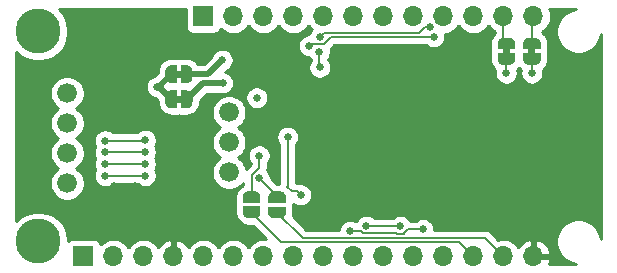
<source format=gbr>
G04 #@! TF.GenerationSoftware,KiCad,Pcbnew,(5.1.4)-1*
G04 #@! TF.CreationDate,2019-12-30T09:54:18-05:00*
G04 #@! TF.ProjectId,Feather-SAM-M8Q-GPS,46656174-6865-4722-9d53-414d2d4d3851,rev?*
G04 #@! TF.SameCoordinates,Original*
G04 #@! TF.FileFunction,Copper,L2,Bot*
G04 #@! TF.FilePolarity,Positive*
%FSLAX46Y46*%
G04 Gerber Fmt 4.6, Leading zero omitted, Abs format (unit mm)*
G04 Created by KiCad (PCBNEW (5.1.4)-1) date 2019-12-30 09:54:18*
%MOMM*%
%LPD*%
G04 APERTURE LIST*
%ADD10C,0.100000*%
%ADD11O,1.700000X1.700000*%
%ADD12R,1.700000X1.700000*%
%ADD13C,1.676400*%
%ADD14C,0.500000*%
%ADD15C,3.800000*%
%ADD16C,0.660400*%
%ADD17C,0.508000*%
%ADD18C,0.152400*%
%ADD19C,0.254000*%
G04 APERTURE END LIST*
D10*
G36*
X128798600Y-59795600D02*
G01*
X128798600Y-60295600D01*
X128198600Y-60295600D01*
X128198600Y-59795600D01*
X128798600Y-59795600D01*
G37*
G36*
X130957600Y-59795600D02*
G01*
X130957600Y-60295600D01*
X130357600Y-60295600D01*
X130357600Y-59795600D01*
X130957600Y-59795600D01*
G37*
G36*
X100522200Y-63809600D02*
G01*
X101022200Y-63809600D01*
X101022200Y-64409600D01*
X100522200Y-64409600D01*
X100522200Y-63809600D01*
G37*
G36*
X100522200Y-61676000D02*
G01*
X101022200Y-61676000D01*
X101022200Y-62276000D01*
X100522200Y-62276000D01*
X100522200Y-61676000D01*
G37*
D11*
X130784600Y-77419200D03*
X128244600Y-77419200D03*
X125704600Y-77419200D03*
X123164600Y-77419200D03*
X120624600Y-77419200D03*
X118084600Y-77419200D03*
X115544600Y-77419200D03*
X113004600Y-77419200D03*
X110464600Y-77419200D03*
X107924600Y-77419200D03*
X105384600Y-77419200D03*
X102844600Y-77419200D03*
X100304600Y-77419200D03*
X97764600Y-77419200D03*
X95224600Y-77419200D03*
D12*
X92684600Y-77419200D03*
D11*
X130784600Y-57099200D03*
X128244600Y-57099200D03*
X125704600Y-57099200D03*
X123164600Y-57099200D03*
X120624600Y-57099200D03*
X118084600Y-57099200D03*
X115544600Y-57099200D03*
X113004600Y-57099200D03*
X110464600Y-57099200D03*
X107924600Y-57099200D03*
X105384600Y-57099200D03*
D12*
X102844600Y-57099200D03*
D13*
X105016300Y-67767200D03*
X105016300Y-65227200D03*
X105016300Y-70307200D03*
X91313000Y-63601600D03*
X91313000Y-66141600D03*
D14*
X128498600Y-60695600D03*
D10*
G36*
X129248600Y-60195600D02*
G01*
X129248600Y-60695600D01*
X129247998Y-60695600D01*
X129247998Y-60720134D01*
X129243188Y-60768965D01*
X129233616Y-60817090D01*
X129219372Y-60864045D01*
X129200595Y-60909378D01*
X129177464Y-60952651D01*
X129150204Y-60993450D01*
X129119076Y-61031379D01*
X129084379Y-61066076D01*
X129046450Y-61097204D01*
X129005651Y-61124464D01*
X128962378Y-61147595D01*
X128917045Y-61166372D01*
X128870090Y-61180616D01*
X128821965Y-61190188D01*
X128773134Y-61194998D01*
X128748600Y-61194998D01*
X128748600Y-61195600D01*
X128248600Y-61195600D01*
X128248600Y-61194998D01*
X128224066Y-61194998D01*
X128175235Y-61190188D01*
X128127110Y-61180616D01*
X128080155Y-61166372D01*
X128034822Y-61147595D01*
X127991549Y-61124464D01*
X127950750Y-61097204D01*
X127912821Y-61066076D01*
X127878124Y-61031379D01*
X127846996Y-60993450D01*
X127819736Y-60952651D01*
X127796605Y-60909378D01*
X127777828Y-60864045D01*
X127763584Y-60817090D01*
X127754012Y-60768965D01*
X127749202Y-60720134D01*
X127749202Y-60695600D01*
X127748600Y-60695600D01*
X127748600Y-60195600D01*
X129248600Y-60195600D01*
X129248600Y-60195600D01*
G37*
D14*
X128498600Y-59395600D03*
D10*
G36*
X127749202Y-59395600D02*
G01*
X127749202Y-59371066D01*
X127754012Y-59322235D01*
X127763584Y-59274110D01*
X127777828Y-59227155D01*
X127796605Y-59181822D01*
X127819736Y-59138549D01*
X127846996Y-59097750D01*
X127878124Y-59059821D01*
X127912821Y-59025124D01*
X127950750Y-58993996D01*
X127991549Y-58966736D01*
X128034822Y-58943605D01*
X128080155Y-58924828D01*
X128127110Y-58910584D01*
X128175235Y-58901012D01*
X128224066Y-58896202D01*
X128248600Y-58896202D01*
X128248600Y-58895600D01*
X128748600Y-58895600D01*
X128748600Y-58896202D01*
X128773134Y-58896202D01*
X128821965Y-58901012D01*
X128870090Y-58910584D01*
X128917045Y-58924828D01*
X128962378Y-58943605D01*
X129005651Y-58966736D01*
X129046450Y-58993996D01*
X129084379Y-59025124D01*
X129119076Y-59059821D01*
X129150204Y-59097750D01*
X129177464Y-59138549D01*
X129200595Y-59181822D01*
X129219372Y-59227155D01*
X129233616Y-59274110D01*
X129243188Y-59322235D01*
X129247998Y-59371066D01*
X129247998Y-59395600D01*
X129248600Y-59395600D01*
X129248600Y-59895600D01*
X127748600Y-59895600D01*
X127748600Y-59395600D01*
X127749202Y-59395600D01*
X127749202Y-59395600D01*
G37*
D14*
X130657600Y-60695600D03*
D10*
G36*
X131407600Y-60195600D02*
G01*
X131407600Y-60695600D01*
X131406998Y-60695600D01*
X131406998Y-60720134D01*
X131402188Y-60768965D01*
X131392616Y-60817090D01*
X131378372Y-60864045D01*
X131359595Y-60909378D01*
X131336464Y-60952651D01*
X131309204Y-60993450D01*
X131278076Y-61031379D01*
X131243379Y-61066076D01*
X131205450Y-61097204D01*
X131164651Y-61124464D01*
X131121378Y-61147595D01*
X131076045Y-61166372D01*
X131029090Y-61180616D01*
X130980965Y-61190188D01*
X130932134Y-61194998D01*
X130907600Y-61194998D01*
X130907600Y-61195600D01*
X130407600Y-61195600D01*
X130407600Y-61194998D01*
X130383066Y-61194998D01*
X130334235Y-61190188D01*
X130286110Y-61180616D01*
X130239155Y-61166372D01*
X130193822Y-61147595D01*
X130150549Y-61124464D01*
X130109750Y-61097204D01*
X130071821Y-61066076D01*
X130037124Y-61031379D01*
X130005996Y-60993450D01*
X129978736Y-60952651D01*
X129955605Y-60909378D01*
X129936828Y-60864045D01*
X129922584Y-60817090D01*
X129913012Y-60768965D01*
X129908202Y-60720134D01*
X129908202Y-60695600D01*
X129907600Y-60695600D01*
X129907600Y-60195600D01*
X131407600Y-60195600D01*
X131407600Y-60195600D01*
G37*
D14*
X130657600Y-59395600D03*
D10*
G36*
X129908202Y-59395600D02*
G01*
X129908202Y-59371066D01*
X129913012Y-59322235D01*
X129922584Y-59274110D01*
X129936828Y-59227155D01*
X129955605Y-59181822D01*
X129978736Y-59138549D01*
X130005996Y-59097750D01*
X130037124Y-59059821D01*
X130071821Y-59025124D01*
X130109750Y-58993996D01*
X130150549Y-58966736D01*
X130193822Y-58943605D01*
X130239155Y-58924828D01*
X130286110Y-58910584D01*
X130334235Y-58901012D01*
X130383066Y-58896202D01*
X130407600Y-58896202D01*
X130407600Y-58895600D01*
X130907600Y-58895600D01*
X130907600Y-58896202D01*
X130932134Y-58896202D01*
X130980965Y-58901012D01*
X131029090Y-58910584D01*
X131076045Y-58924828D01*
X131121378Y-58943605D01*
X131164651Y-58966736D01*
X131205450Y-58993996D01*
X131243379Y-59025124D01*
X131278076Y-59059821D01*
X131309204Y-59097750D01*
X131336464Y-59138549D01*
X131359595Y-59181822D01*
X131378372Y-59227155D01*
X131392616Y-59274110D01*
X131402188Y-59322235D01*
X131406998Y-59371066D01*
X131406998Y-59395600D01*
X131407600Y-59395600D01*
X131407600Y-59895600D01*
X129907600Y-59895600D01*
X129907600Y-59395600D01*
X129908202Y-59395600D01*
X129908202Y-59395600D01*
G37*
D13*
X91313000Y-71221600D03*
X91313000Y-68681600D03*
D15*
X88874600Y-58369200D03*
X88874600Y-76149200D03*
D14*
X106921300Y-72387700D03*
D10*
G36*
X106171300Y-72887700D02*
G01*
X106171300Y-72387700D01*
X106171902Y-72387700D01*
X106171902Y-72363166D01*
X106176712Y-72314335D01*
X106186284Y-72266210D01*
X106200528Y-72219255D01*
X106219305Y-72173922D01*
X106242436Y-72130649D01*
X106269696Y-72089850D01*
X106300824Y-72051921D01*
X106335521Y-72017224D01*
X106373450Y-71986096D01*
X106414249Y-71958836D01*
X106457522Y-71935705D01*
X106502855Y-71916928D01*
X106549810Y-71902684D01*
X106597935Y-71893112D01*
X106646766Y-71888302D01*
X106671300Y-71888302D01*
X106671300Y-71887700D01*
X107171300Y-71887700D01*
X107171300Y-71888302D01*
X107195834Y-71888302D01*
X107244665Y-71893112D01*
X107292790Y-71902684D01*
X107339745Y-71916928D01*
X107385078Y-71935705D01*
X107428351Y-71958836D01*
X107469150Y-71986096D01*
X107507079Y-72017224D01*
X107541776Y-72051921D01*
X107572904Y-72089850D01*
X107600164Y-72130649D01*
X107623295Y-72173922D01*
X107642072Y-72219255D01*
X107656316Y-72266210D01*
X107665888Y-72314335D01*
X107670698Y-72363166D01*
X107670698Y-72387700D01*
X107671300Y-72387700D01*
X107671300Y-72887700D01*
X106171300Y-72887700D01*
X106171300Y-72887700D01*
G37*
D14*
X106921300Y-73687700D03*
D10*
G36*
X107670698Y-73687700D02*
G01*
X107670698Y-73712234D01*
X107665888Y-73761065D01*
X107656316Y-73809190D01*
X107642072Y-73856145D01*
X107623295Y-73901478D01*
X107600164Y-73944751D01*
X107572904Y-73985550D01*
X107541776Y-74023479D01*
X107507079Y-74058176D01*
X107469150Y-74089304D01*
X107428351Y-74116564D01*
X107385078Y-74139695D01*
X107339745Y-74158472D01*
X107292790Y-74172716D01*
X107244665Y-74182288D01*
X107195834Y-74187098D01*
X107171300Y-74187098D01*
X107171300Y-74187700D01*
X106671300Y-74187700D01*
X106671300Y-74187098D01*
X106646766Y-74187098D01*
X106597935Y-74182288D01*
X106549810Y-74172716D01*
X106502855Y-74158472D01*
X106457522Y-74139695D01*
X106414249Y-74116564D01*
X106373450Y-74089304D01*
X106335521Y-74058176D01*
X106300824Y-74023479D01*
X106269696Y-73985550D01*
X106242436Y-73944751D01*
X106219305Y-73901478D01*
X106200528Y-73856145D01*
X106186284Y-73809190D01*
X106176712Y-73761065D01*
X106171902Y-73712234D01*
X106171902Y-73687700D01*
X106171300Y-73687700D01*
X106171300Y-73187700D01*
X107671300Y-73187700D01*
X107671300Y-73687700D01*
X107670698Y-73687700D01*
X107670698Y-73687700D01*
G37*
D14*
X109080300Y-72400400D03*
D10*
G36*
X108330300Y-72900400D02*
G01*
X108330300Y-72400400D01*
X108330902Y-72400400D01*
X108330902Y-72375866D01*
X108335712Y-72327035D01*
X108345284Y-72278910D01*
X108359528Y-72231955D01*
X108378305Y-72186622D01*
X108401436Y-72143349D01*
X108428696Y-72102550D01*
X108459824Y-72064621D01*
X108494521Y-72029924D01*
X108532450Y-71998796D01*
X108573249Y-71971536D01*
X108616522Y-71948405D01*
X108661855Y-71929628D01*
X108708810Y-71915384D01*
X108756935Y-71905812D01*
X108805766Y-71901002D01*
X108830300Y-71901002D01*
X108830300Y-71900400D01*
X109330300Y-71900400D01*
X109330300Y-71901002D01*
X109354834Y-71901002D01*
X109403665Y-71905812D01*
X109451790Y-71915384D01*
X109498745Y-71929628D01*
X109544078Y-71948405D01*
X109587351Y-71971536D01*
X109628150Y-71998796D01*
X109666079Y-72029924D01*
X109700776Y-72064621D01*
X109731904Y-72102550D01*
X109759164Y-72143349D01*
X109782295Y-72186622D01*
X109801072Y-72231955D01*
X109815316Y-72278910D01*
X109824888Y-72327035D01*
X109829698Y-72375866D01*
X109829698Y-72400400D01*
X109830300Y-72400400D01*
X109830300Y-72900400D01*
X108330300Y-72900400D01*
X108330300Y-72900400D01*
G37*
D14*
X109080300Y-73700400D03*
D10*
G36*
X109829698Y-73700400D02*
G01*
X109829698Y-73724934D01*
X109824888Y-73773765D01*
X109815316Y-73821890D01*
X109801072Y-73868845D01*
X109782295Y-73914178D01*
X109759164Y-73957451D01*
X109731904Y-73998250D01*
X109700776Y-74036179D01*
X109666079Y-74070876D01*
X109628150Y-74102004D01*
X109587351Y-74129264D01*
X109544078Y-74152395D01*
X109498745Y-74171172D01*
X109451790Y-74185416D01*
X109403665Y-74194988D01*
X109354834Y-74199798D01*
X109330300Y-74199798D01*
X109330300Y-74200400D01*
X108830300Y-74200400D01*
X108830300Y-74199798D01*
X108805766Y-74199798D01*
X108756935Y-74194988D01*
X108708810Y-74185416D01*
X108661855Y-74171172D01*
X108616522Y-74152395D01*
X108573249Y-74129264D01*
X108532450Y-74102004D01*
X108494521Y-74070876D01*
X108459824Y-74036179D01*
X108428696Y-73998250D01*
X108401436Y-73957451D01*
X108378305Y-73914178D01*
X108359528Y-73868845D01*
X108345284Y-73821890D01*
X108335712Y-73773765D01*
X108330902Y-73724934D01*
X108330902Y-73700400D01*
X108330300Y-73700400D01*
X108330300Y-73200400D01*
X109830300Y-73200400D01*
X109830300Y-73700400D01*
X109829698Y-73700400D01*
X109829698Y-73700400D01*
G37*
D14*
X101422200Y-64109600D03*
D10*
G36*
X100922200Y-63359600D02*
G01*
X101422200Y-63359600D01*
X101422200Y-63360202D01*
X101446734Y-63360202D01*
X101495565Y-63365012D01*
X101543690Y-63374584D01*
X101590645Y-63388828D01*
X101635978Y-63407605D01*
X101679251Y-63430736D01*
X101720050Y-63457996D01*
X101757979Y-63489124D01*
X101792676Y-63523821D01*
X101823804Y-63561750D01*
X101851064Y-63602549D01*
X101874195Y-63645822D01*
X101892972Y-63691155D01*
X101907216Y-63738110D01*
X101916788Y-63786235D01*
X101921598Y-63835066D01*
X101921598Y-63859600D01*
X101922200Y-63859600D01*
X101922200Y-64359600D01*
X101921598Y-64359600D01*
X101921598Y-64384134D01*
X101916788Y-64432965D01*
X101907216Y-64481090D01*
X101892972Y-64528045D01*
X101874195Y-64573378D01*
X101851064Y-64616651D01*
X101823804Y-64657450D01*
X101792676Y-64695379D01*
X101757979Y-64730076D01*
X101720050Y-64761204D01*
X101679251Y-64788464D01*
X101635978Y-64811595D01*
X101590645Y-64830372D01*
X101543690Y-64844616D01*
X101495565Y-64854188D01*
X101446734Y-64858998D01*
X101422200Y-64858998D01*
X101422200Y-64859600D01*
X100922200Y-64859600D01*
X100922200Y-63359600D01*
X100922200Y-63359600D01*
G37*
D14*
X100122200Y-64109600D03*
D10*
G36*
X100122200Y-64858998D02*
G01*
X100097666Y-64858998D01*
X100048835Y-64854188D01*
X100000710Y-64844616D01*
X99953755Y-64830372D01*
X99908422Y-64811595D01*
X99865149Y-64788464D01*
X99824350Y-64761204D01*
X99786421Y-64730076D01*
X99751724Y-64695379D01*
X99720596Y-64657450D01*
X99693336Y-64616651D01*
X99670205Y-64573378D01*
X99651428Y-64528045D01*
X99637184Y-64481090D01*
X99627612Y-64432965D01*
X99622802Y-64384134D01*
X99622802Y-64359600D01*
X99622200Y-64359600D01*
X99622200Y-63859600D01*
X99622802Y-63859600D01*
X99622802Y-63835066D01*
X99627612Y-63786235D01*
X99637184Y-63738110D01*
X99651428Y-63691155D01*
X99670205Y-63645822D01*
X99693336Y-63602549D01*
X99720596Y-63561750D01*
X99751724Y-63523821D01*
X99786421Y-63489124D01*
X99824350Y-63457996D01*
X99865149Y-63430736D01*
X99908422Y-63407605D01*
X99953755Y-63388828D01*
X100000710Y-63374584D01*
X100048835Y-63365012D01*
X100097666Y-63360202D01*
X100122200Y-63360202D01*
X100122200Y-63359600D01*
X100622200Y-63359600D01*
X100622200Y-64859600D01*
X100122200Y-64859600D01*
X100122200Y-64858998D01*
X100122200Y-64858998D01*
G37*
D14*
X101422200Y-61976000D03*
D10*
G36*
X100922200Y-61226000D02*
G01*
X101422200Y-61226000D01*
X101422200Y-61226602D01*
X101446734Y-61226602D01*
X101495565Y-61231412D01*
X101543690Y-61240984D01*
X101590645Y-61255228D01*
X101635978Y-61274005D01*
X101679251Y-61297136D01*
X101720050Y-61324396D01*
X101757979Y-61355524D01*
X101792676Y-61390221D01*
X101823804Y-61428150D01*
X101851064Y-61468949D01*
X101874195Y-61512222D01*
X101892972Y-61557555D01*
X101907216Y-61604510D01*
X101916788Y-61652635D01*
X101921598Y-61701466D01*
X101921598Y-61726000D01*
X101922200Y-61726000D01*
X101922200Y-62226000D01*
X101921598Y-62226000D01*
X101921598Y-62250534D01*
X101916788Y-62299365D01*
X101907216Y-62347490D01*
X101892972Y-62394445D01*
X101874195Y-62439778D01*
X101851064Y-62483051D01*
X101823804Y-62523850D01*
X101792676Y-62561779D01*
X101757979Y-62596476D01*
X101720050Y-62627604D01*
X101679251Y-62654864D01*
X101635978Y-62677995D01*
X101590645Y-62696772D01*
X101543690Y-62711016D01*
X101495565Y-62720588D01*
X101446734Y-62725398D01*
X101422200Y-62725398D01*
X101422200Y-62726000D01*
X100922200Y-62726000D01*
X100922200Y-61226000D01*
X100922200Y-61226000D01*
G37*
D14*
X100122200Y-61976000D03*
D10*
G36*
X100122200Y-62725398D02*
G01*
X100097666Y-62725398D01*
X100048835Y-62720588D01*
X100000710Y-62711016D01*
X99953755Y-62696772D01*
X99908422Y-62677995D01*
X99865149Y-62654864D01*
X99824350Y-62627604D01*
X99786421Y-62596476D01*
X99751724Y-62561779D01*
X99720596Y-62523850D01*
X99693336Y-62483051D01*
X99670205Y-62439778D01*
X99651428Y-62394445D01*
X99637184Y-62347490D01*
X99627612Y-62299365D01*
X99622802Y-62250534D01*
X99622802Y-62226000D01*
X99622200Y-62226000D01*
X99622200Y-61726000D01*
X99622802Y-61726000D01*
X99622802Y-61701466D01*
X99627612Y-61652635D01*
X99637184Y-61604510D01*
X99651428Y-61557555D01*
X99670205Y-61512222D01*
X99693336Y-61468949D01*
X99720596Y-61428150D01*
X99751724Y-61390221D01*
X99786421Y-61355524D01*
X99824350Y-61324396D01*
X99865149Y-61297136D01*
X99908422Y-61274005D01*
X99953755Y-61255228D01*
X100000710Y-61240984D01*
X100048835Y-61231412D01*
X100097666Y-61226602D01*
X100122200Y-61226602D01*
X100122200Y-61226000D01*
X100622200Y-61226000D01*
X100622200Y-62726000D01*
X100122200Y-62726000D01*
X100122200Y-62725398D01*
X100122200Y-62725398D01*
G37*
D16*
X95237300Y-66230500D03*
X95237300Y-71437500D03*
X97028000Y-71412100D03*
X97028000Y-66230500D03*
X92113100Y-56781700D03*
X96583500Y-56781700D03*
X101053900Y-56781700D03*
X88188800Y-71361300D03*
X88188800Y-66890900D03*
X88188800Y-62420500D03*
X102831900Y-60629800D03*
X98615500Y-61429900D03*
X96316800Y-63220600D03*
X93941900Y-62064900D03*
X93535500Y-64414400D03*
X90957400Y-61188600D03*
X105054400Y-59194700D03*
X106972100Y-59207400D03*
X108343700Y-59207400D03*
X103987600Y-59563000D03*
X99352100Y-74980800D03*
X97586800Y-74955400D03*
X95161100Y-75374500D03*
X94538800Y-71907400D03*
X93116400Y-71793100D03*
X87223600Y-73761600D03*
X114706400Y-62115700D03*
X116586000Y-62115700D03*
X118465600Y-62115700D03*
X120345200Y-62115700D03*
X122224800Y-62115700D03*
X124104400Y-62115700D03*
X112699800Y-72313800D03*
X114160300Y-73355200D03*
X114058700Y-72301100D03*
X122732800Y-75018900D03*
X124828300Y-74980800D03*
X126911100Y-74955400D03*
X126936500Y-72263000D03*
X124980700Y-72237600D03*
X125907800Y-73507600D03*
X124955300Y-59766200D03*
X126860300Y-59867800D03*
X126771400Y-61099700D03*
X125031500Y-61188600D03*
X133210300Y-56718200D03*
X132372100Y-58204100D03*
X132372100Y-59448700D03*
X136207500Y-59956700D03*
X136207500Y-61961485D03*
X136207500Y-63966270D03*
X136207500Y-65971055D03*
X136207500Y-67975840D03*
X136207500Y-69980625D03*
X136207500Y-71985410D03*
X136207500Y-73990200D03*
X127927100Y-63030100D03*
X128435100Y-64033400D03*
X130035300Y-66382900D03*
X131940300Y-66395600D03*
X134277100Y-66370200D03*
X134251700Y-63792100D03*
X134327900Y-61874400D03*
X132740400Y-60833000D03*
X132346700Y-62560200D03*
X129971800Y-63246000D03*
X132232400Y-63792100D03*
X130695700Y-64643000D03*
X133032500Y-65087500D03*
X129222500Y-72618600D03*
X130238500Y-72732900D03*
X131356100Y-72745600D03*
X132854700Y-72821800D03*
X134594600Y-72821800D03*
X133896100Y-73926700D03*
X132499100Y-75298300D03*
X129413000Y-76009500D03*
X130797300Y-75869800D03*
X132448300Y-76327000D03*
X132575300Y-77584300D03*
X114706400Y-63985140D03*
X114706400Y-65854580D03*
X114706400Y-67724020D03*
X114706400Y-69593460D03*
X114706400Y-71462900D03*
X124104400Y-63985140D03*
X124104400Y-65854580D03*
X124104400Y-67724020D03*
X124104400Y-69593460D03*
X124104400Y-71462900D03*
X116586000Y-71462900D03*
X118465600Y-71462900D03*
X120345200Y-71462900D03*
X122224800Y-71462900D03*
X116586000Y-63985140D03*
X116586000Y-65854580D03*
X116586000Y-67724020D03*
X116586000Y-69593460D03*
X118465600Y-69593460D03*
X118465600Y-67724020D03*
X118465600Y-65854580D03*
X118465600Y-63985140D03*
X120345200Y-63985140D03*
X120345200Y-65854580D03*
X120345200Y-67724020D03*
X120345200Y-69593460D03*
X122224800Y-69593460D03*
X122224800Y-67724020D03*
X122224800Y-65854580D03*
X122224800Y-63985140D03*
X98577400Y-64693800D03*
X98209100Y-65887600D03*
X94259400Y-58178700D03*
X99237800Y-58115200D03*
X96583500Y-61455300D03*
X114020600Y-61264800D03*
X90131900Y-64833500D03*
X90131900Y-67398900D03*
X90119200Y-69938900D03*
X90220800Y-72631300D03*
X91567000Y-74472800D03*
X92862400Y-75361800D03*
X98933000Y-63042800D03*
X104444800Y-60782200D03*
X104470200Y-62738000D03*
X115265200Y-75260200D03*
X121437400Y-75133200D03*
X111086900Y-72199500D03*
X116649500Y-74853800D03*
X119507000Y-74879200D03*
X109969300Y-67297300D03*
X112674400Y-60121800D03*
X112674400Y-60121800D03*
X112687100Y-61404500D03*
X107569000Y-70789800D03*
X97942400Y-70573900D03*
X94526100Y-70586600D03*
X107569000Y-68884800D03*
X97942400Y-69579066D03*
X94526100Y-69591766D03*
X130657600Y-61899800D03*
X97942400Y-67589400D03*
X94526100Y-67602100D03*
X122034300Y-58013600D03*
X112737900Y-58839100D03*
X128498600Y-61899800D03*
X97942400Y-68584233D03*
X94526100Y-68596933D03*
X122351800Y-58839100D03*
X107365800Y-63982600D03*
X111798100Y-59588400D03*
D17*
X99055400Y-63042800D02*
X100122200Y-61976000D01*
X98933000Y-63042800D02*
X99055400Y-63042800D01*
X99060000Y-63042800D02*
X99055400Y-63042800D01*
X99597426Y-63580226D02*
X99060000Y-63042800D01*
X100122200Y-64109600D02*
X99597426Y-63584826D01*
X99597426Y-63584826D02*
X99597426Y-63580226D01*
X103251000Y-61976000D02*
X104444800Y-60782200D01*
X101422200Y-61976000D02*
X103251000Y-61976000D01*
X102793800Y-62738000D02*
X101422200Y-64109600D01*
X104470200Y-62738000D02*
X102793800Y-62738000D01*
D18*
X130657600Y-57226200D02*
X130784600Y-57099200D01*
X130657600Y-59395600D02*
X130657600Y-57226200D01*
X128244600Y-59141600D02*
X128498600Y-59395600D01*
X128244600Y-57099200D02*
X128244600Y-59141600D01*
X121437400Y-75133200D02*
X120175874Y-75133200D01*
X119823473Y-75485601D02*
X119866837Y-75442237D01*
X115265200Y-75260200D02*
X116158426Y-75260200D01*
X116158426Y-75260200D02*
X116361626Y-75463400D01*
X119215927Y-75485601D02*
X119823473Y-75485601D01*
X120175874Y-75133200D02*
X119866837Y-75442237D01*
X116361626Y-75463400D02*
X119193726Y-75463400D01*
X119193726Y-75463400D02*
X119215927Y-75485601D01*
X110756701Y-71869301D02*
X110312201Y-71869301D01*
X111086900Y-72199500D02*
X110756701Y-71869301D01*
X110312201Y-71869301D02*
X109943900Y-71501000D01*
X109969300Y-71475600D02*
X109969300Y-67297300D01*
X109943900Y-71501000D02*
X109969300Y-71475600D01*
X116674900Y-74879200D02*
X116649500Y-74853800D01*
X119507000Y-74879200D02*
X116674900Y-74879200D01*
X112674400Y-61391800D02*
X112687100Y-61404500D01*
X112674400Y-60121800D02*
X112674400Y-61391800D01*
X107446074Y-74212474D02*
X106921300Y-73687700D01*
X109452611Y-76219011D02*
X107446074Y-74212474D01*
X124504411Y-76219011D02*
X109452611Y-76219011D01*
X125704600Y-77419200D02*
X124504411Y-76219011D01*
X127394601Y-76569201D02*
X128244600Y-77419200D01*
X126692001Y-75866601D02*
X127394601Y-76569201D01*
X111246501Y-75866601D02*
X126692001Y-75866601D01*
X109080300Y-73700400D02*
X111246501Y-75866601D01*
X94538800Y-70573900D02*
X94526100Y-70586600D01*
X97942400Y-70573900D02*
X94538800Y-70573900D01*
X109080300Y-72301100D02*
X109080300Y-72400400D01*
X107569000Y-70789800D02*
X109080300Y-72301100D01*
X97929700Y-69591766D02*
X97942400Y-69579066D01*
X94526100Y-69591766D02*
X97929700Y-69591766D01*
X106921300Y-71787700D02*
X106921300Y-72387700D01*
X106921300Y-70540026D02*
X106921300Y-71787700D01*
X107569000Y-69892326D02*
X106921300Y-70540026D01*
X107569000Y-68884800D02*
X107569000Y-69892326D01*
X130657600Y-61899800D02*
X130657600Y-60695600D01*
X113090310Y-58486690D02*
X112737900Y-58839100D01*
X121094237Y-58486690D02*
X113090310Y-58486690D01*
X122034300Y-58013600D02*
X121567327Y-58013600D01*
X121567327Y-58013600D02*
X121094237Y-58486690D01*
X97929700Y-67602100D02*
X97942400Y-67589400D01*
X94526100Y-67602100D02*
X97929700Y-67602100D01*
X128498600Y-61899800D02*
X128498600Y-60695600D01*
X122351800Y-58839100D02*
X113944400Y-58839100D01*
X113635374Y-58839100D02*
X113944400Y-58839100D01*
X113028973Y-59445501D02*
X113635374Y-58839100D01*
X111798100Y-59588400D02*
X111940999Y-59445501D01*
X111940999Y-59445501D02*
X113028973Y-59445501D01*
X94538800Y-68584233D02*
X94526100Y-68596933D01*
X97942400Y-68584233D02*
X94538800Y-68584233D01*
D19*
G36*
X101356528Y-57949200D02*
G01*
X101368788Y-58073682D01*
X101405098Y-58193380D01*
X101464063Y-58303694D01*
X101543415Y-58400385D01*
X101640106Y-58479737D01*
X101750420Y-58538702D01*
X101870118Y-58575012D01*
X101994600Y-58587272D01*
X103694600Y-58587272D01*
X103819082Y-58575012D01*
X103938780Y-58538702D01*
X104049094Y-58479737D01*
X104145785Y-58400385D01*
X104225137Y-58303694D01*
X104284102Y-58193380D01*
X104304993Y-58124513D01*
X104329466Y-58154334D01*
X104555586Y-58339906D01*
X104813566Y-58477799D01*
X105093489Y-58562713D01*
X105311650Y-58584200D01*
X105457550Y-58584200D01*
X105675711Y-58562713D01*
X105955634Y-58477799D01*
X106213614Y-58339906D01*
X106439734Y-58154334D01*
X106625306Y-57928214D01*
X106654600Y-57873409D01*
X106683894Y-57928214D01*
X106869466Y-58154334D01*
X107095586Y-58339906D01*
X107353566Y-58477799D01*
X107633489Y-58562713D01*
X107851650Y-58584200D01*
X107997550Y-58584200D01*
X108215711Y-58562713D01*
X108495634Y-58477799D01*
X108753614Y-58339906D01*
X108979734Y-58154334D01*
X109165306Y-57928214D01*
X109194600Y-57873409D01*
X109223894Y-57928214D01*
X109409466Y-58154334D01*
X109635586Y-58339906D01*
X109893566Y-58477799D01*
X110173489Y-58562713D01*
X110391650Y-58584200D01*
X110537550Y-58584200D01*
X110755711Y-58562713D01*
X111035634Y-58477799D01*
X111293614Y-58339906D01*
X111519734Y-58154334D01*
X111705306Y-57928214D01*
X111734600Y-57873409D01*
X111763894Y-57928214D01*
X111949466Y-58154334D01*
X112008895Y-58203106D01*
X111988180Y-58223821D01*
X111882551Y-58381906D01*
X111809792Y-58557562D01*
X111796736Y-58623200D01*
X111703036Y-58623200D01*
X111516562Y-58660292D01*
X111340906Y-58733051D01*
X111182821Y-58838680D01*
X111048380Y-58973121D01*
X110942751Y-59131206D01*
X110869992Y-59306862D01*
X110832900Y-59493336D01*
X110832900Y-59683464D01*
X110869992Y-59869938D01*
X110942751Y-60045594D01*
X111048380Y-60203679D01*
X111182821Y-60338120D01*
X111340906Y-60443749D01*
X111516562Y-60516508D01*
X111703036Y-60553600D01*
X111808532Y-60553600D01*
X111819051Y-60578994D01*
X111924680Y-60737079D01*
X111957101Y-60769500D01*
X111937380Y-60789221D01*
X111831751Y-60947306D01*
X111758992Y-61122962D01*
X111721900Y-61309436D01*
X111721900Y-61499564D01*
X111758992Y-61686038D01*
X111831751Y-61861694D01*
X111937380Y-62019779D01*
X112071821Y-62154220D01*
X112229906Y-62259849D01*
X112405562Y-62332608D01*
X112592036Y-62369700D01*
X112782164Y-62369700D01*
X112968638Y-62332608D01*
X113144294Y-62259849D01*
X113302379Y-62154220D01*
X113436820Y-62019779D01*
X113542449Y-61861694D01*
X113615208Y-61686038D01*
X113652300Y-61499564D01*
X113652300Y-61309436D01*
X113615208Y-61122962D01*
X113542449Y-60947306D01*
X113436820Y-60789221D01*
X113404399Y-60756800D01*
X113424120Y-60737079D01*
X113529749Y-60578994D01*
X113602508Y-60403338D01*
X113639600Y-60216864D01*
X113639600Y-60026736D01*
X113608728Y-59871533D01*
X113929962Y-59550300D01*
X121698001Y-59550300D01*
X121736521Y-59588820D01*
X121894606Y-59694449D01*
X122070262Y-59767208D01*
X122256736Y-59804300D01*
X122446864Y-59804300D01*
X122633338Y-59767208D01*
X122808994Y-59694449D01*
X122967079Y-59588820D01*
X123101520Y-59454379D01*
X123207149Y-59296294D01*
X123279908Y-59120638D01*
X123317000Y-58934164D01*
X123317000Y-58744036D01*
X123284291Y-58579596D01*
X123455711Y-58562713D01*
X123735634Y-58477799D01*
X123993614Y-58339906D01*
X124219734Y-58154334D01*
X124405306Y-57928214D01*
X124434600Y-57873409D01*
X124463894Y-57928214D01*
X124649466Y-58154334D01*
X124875586Y-58339906D01*
X125133566Y-58477799D01*
X125413489Y-58562713D01*
X125631650Y-58584200D01*
X125777550Y-58584200D01*
X125995711Y-58562713D01*
X126275634Y-58477799D01*
X126533614Y-58339906D01*
X126759734Y-58154334D01*
X126945306Y-57928214D01*
X126974600Y-57873409D01*
X127003894Y-57928214D01*
X127189466Y-58154334D01*
X127415586Y-58339906D01*
X127533401Y-58402879D01*
X127533401Y-58514264D01*
X127480218Y-58557910D01*
X127410910Y-58627218D01*
X127331558Y-58723909D01*
X127277102Y-58805408D01*
X127218136Y-58915725D01*
X127180627Y-59006281D01*
X127144318Y-59125977D01*
X127125196Y-59222110D01*
X127112936Y-59346591D01*
X127112936Y-59371150D01*
X127110528Y-59395600D01*
X127110528Y-59895600D01*
X127122788Y-60020082D01*
X127130529Y-60045600D01*
X127122788Y-60071118D01*
X127110528Y-60195600D01*
X127110528Y-60695600D01*
X127112936Y-60720050D01*
X127112936Y-60744609D01*
X127125196Y-60869090D01*
X127144318Y-60965223D01*
X127180627Y-61084919D01*
X127218136Y-61175475D01*
X127277102Y-61285792D01*
X127331558Y-61367291D01*
X127410910Y-61463982D01*
X127480218Y-61533290D01*
X127573857Y-61610138D01*
X127570492Y-61618262D01*
X127533400Y-61804736D01*
X127533400Y-61994864D01*
X127570492Y-62181338D01*
X127643251Y-62356994D01*
X127748880Y-62515079D01*
X127883321Y-62649520D01*
X128041406Y-62755149D01*
X128217062Y-62827908D01*
X128403536Y-62865000D01*
X128593664Y-62865000D01*
X128780138Y-62827908D01*
X128955794Y-62755149D01*
X129113879Y-62649520D01*
X129248320Y-62515079D01*
X129353949Y-62356994D01*
X129426708Y-62181338D01*
X129463800Y-61994864D01*
X129463800Y-61804736D01*
X129426708Y-61618262D01*
X129423343Y-61610138D01*
X129516982Y-61533290D01*
X129578100Y-61472172D01*
X129639218Y-61533290D01*
X129732857Y-61610138D01*
X129729492Y-61618262D01*
X129692400Y-61804736D01*
X129692400Y-61994864D01*
X129729492Y-62181338D01*
X129802251Y-62356994D01*
X129907880Y-62515079D01*
X130042321Y-62649520D01*
X130200406Y-62755149D01*
X130376062Y-62827908D01*
X130562536Y-62865000D01*
X130752664Y-62865000D01*
X130939138Y-62827908D01*
X131114794Y-62755149D01*
X131272879Y-62649520D01*
X131407320Y-62515079D01*
X131512949Y-62356994D01*
X131585708Y-62181338D01*
X131622800Y-61994864D01*
X131622800Y-61804736D01*
X131585708Y-61618262D01*
X131582343Y-61610138D01*
X131675982Y-61533290D01*
X131745290Y-61463982D01*
X131824642Y-61367291D01*
X131879098Y-61285792D01*
X131938064Y-61175475D01*
X131975573Y-61084919D01*
X132011882Y-60965223D01*
X132031004Y-60869090D01*
X132043264Y-60744609D01*
X132043264Y-60720050D01*
X132045672Y-60695600D01*
X132045672Y-60195600D01*
X132033412Y-60071118D01*
X132025671Y-60045600D01*
X132033412Y-60020082D01*
X132045672Y-59895600D01*
X132045672Y-59395600D01*
X132043264Y-59371150D01*
X132043264Y-59346591D01*
X132031004Y-59222110D01*
X132011882Y-59125977D01*
X131975573Y-59006281D01*
X131938064Y-58915725D01*
X131879098Y-58805408D01*
X131824642Y-58723909D01*
X131745290Y-58627218D01*
X131675982Y-58557910D01*
X131579291Y-58478558D01*
X131497792Y-58424102D01*
X131476943Y-58412958D01*
X131613614Y-58339906D01*
X131839734Y-58154334D01*
X132025306Y-57928214D01*
X132163199Y-57670234D01*
X132248113Y-57390311D01*
X132276785Y-57099200D01*
X132248113Y-56808089D01*
X132163199Y-56528166D01*
X132142371Y-56489200D01*
X134383807Y-56489200D01*
X134044766Y-56556639D01*
X133701718Y-56698734D01*
X133392982Y-56905025D01*
X133130425Y-57167582D01*
X132924134Y-57476318D01*
X132782039Y-57819366D01*
X132709600Y-58183544D01*
X132709600Y-58554856D01*
X132782039Y-58919034D01*
X132924134Y-59262082D01*
X133130425Y-59570818D01*
X133392982Y-59833375D01*
X133701718Y-60039666D01*
X134044766Y-60181761D01*
X134408944Y-60254200D01*
X134780256Y-60254200D01*
X135144434Y-60181761D01*
X135487482Y-60039666D01*
X135796218Y-59833375D01*
X136058775Y-59570818D01*
X136265066Y-59262082D01*
X136407161Y-58919034D01*
X136474601Y-58579988D01*
X136474600Y-75938407D01*
X136407161Y-75599366D01*
X136265066Y-75256318D01*
X136058775Y-74947582D01*
X135796218Y-74685025D01*
X135487482Y-74478734D01*
X135144434Y-74336639D01*
X134780256Y-74264200D01*
X134408944Y-74264200D01*
X134044766Y-74336639D01*
X133701718Y-74478734D01*
X133392982Y-74685025D01*
X133130425Y-74947582D01*
X132924134Y-75256318D01*
X132782039Y-75599366D01*
X132709600Y-75963544D01*
X132709600Y-76334856D01*
X132782039Y-76699034D01*
X132924134Y-77042082D01*
X133130425Y-77350818D01*
X133392982Y-77613375D01*
X133701718Y-77819666D01*
X134044766Y-77961761D01*
X134383807Y-78029200D01*
X132136296Y-78029200D01*
X132226081Y-77776091D01*
X132105414Y-77546200D01*
X130911600Y-77546200D01*
X130911600Y-77566200D01*
X130657600Y-77566200D01*
X130657600Y-77546200D01*
X130637600Y-77546200D01*
X130637600Y-77292200D01*
X130657600Y-77292200D01*
X130657600Y-76099045D01*
X130911600Y-76099045D01*
X130911600Y-77292200D01*
X132105414Y-77292200D01*
X132226081Y-77062309D01*
X132128757Y-76787948D01*
X131979778Y-76537845D01*
X131784869Y-76321612D01*
X131551520Y-76147559D01*
X131288699Y-76022375D01*
X131141490Y-75977724D01*
X130911600Y-76099045D01*
X130657600Y-76099045D01*
X130427710Y-75977724D01*
X130280501Y-76022375D01*
X130017680Y-76147559D01*
X129784331Y-76321612D01*
X129589422Y-76537845D01*
X129519801Y-76654723D01*
X129485306Y-76590186D01*
X129299734Y-76364066D01*
X129073614Y-76178494D01*
X128815634Y-76040601D01*
X128535711Y-75955687D01*
X128317550Y-75934200D01*
X128171650Y-75934200D01*
X127953489Y-75955687D01*
X127825654Y-75994465D01*
X127219602Y-75388415D01*
X127197328Y-75361274D01*
X127089034Y-75272399D01*
X126965482Y-75206359D01*
X126831421Y-75165692D01*
X126726937Y-75155401D01*
X126726927Y-75155401D01*
X126692001Y-75151961D01*
X126657075Y-75155401D01*
X122402600Y-75155401D01*
X122402600Y-75038136D01*
X122365508Y-74851662D01*
X122292749Y-74676006D01*
X122187120Y-74517921D01*
X122052679Y-74383480D01*
X121894594Y-74277851D01*
X121718938Y-74205092D01*
X121532464Y-74168000D01*
X121342336Y-74168000D01*
X121155862Y-74205092D01*
X120980206Y-74277851D01*
X120822121Y-74383480D01*
X120783601Y-74422000D01*
X120362345Y-74422000D01*
X120256720Y-74263921D01*
X120122279Y-74129480D01*
X119964194Y-74023851D01*
X119788538Y-73951092D01*
X119602064Y-73914000D01*
X119411936Y-73914000D01*
X119225462Y-73951092D01*
X119049806Y-74023851D01*
X118891721Y-74129480D01*
X118853201Y-74168000D01*
X117328699Y-74168000D01*
X117264779Y-74104080D01*
X117106694Y-73998451D01*
X116931038Y-73925692D01*
X116744564Y-73888600D01*
X116554436Y-73888600D01*
X116367962Y-73925692D01*
X116192306Y-73998451D01*
X116034221Y-74104080D01*
X115899780Y-74238521D01*
X115794151Y-74396606D01*
X115775921Y-74440617D01*
X115722394Y-74404851D01*
X115546738Y-74332092D01*
X115360264Y-74295000D01*
X115170136Y-74295000D01*
X114983662Y-74332092D01*
X114808006Y-74404851D01*
X114649921Y-74510480D01*
X114515480Y-74644921D01*
X114409851Y-74803006D01*
X114337092Y-74978662D01*
X114301936Y-75155401D01*
X111541089Y-75155401D01*
X110416225Y-74030538D01*
X110434582Y-73970023D01*
X110453704Y-73873890D01*
X110465964Y-73749409D01*
X110465964Y-73724850D01*
X110468372Y-73700400D01*
X110468372Y-73200400D01*
X110456112Y-73075918D01*
X110448371Y-73050400D01*
X110456112Y-73024882D01*
X110464286Y-72941885D01*
X110471621Y-72949220D01*
X110629706Y-73054849D01*
X110805362Y-73127608D01*
X110991836Y-73164700D01*
X111181964Y-73164700D01*
X111368438Y-73127608D01*
X111544094Y-73054849D01*
X111702179Y-72949220D01*
X111836620Y-72814779D01*
X111942249Y-72656694D01*
X112015008Y-72481038D01*
X112052100Y-72294564D01*
X112052100Y-72104436D01*
X112015008Y-71917962D01*
X111942249Y-71742306D01*
X111836620Y-71584221D01*
X111702179Y-71449780D01*
X111544094Y-71344151D01*
X111368438Y-71271392D01*
X111181964Y-71234300D01*
X111077405Y-71234300D01*
X111030182Y-71209059D01*
X110896121Y-71168392D01*
X110791637Y-71158101D01*
X110791627Y-71158101D01*
X110756701Y-71154661D01*
X110721775Y-71158101D01*
X110680500Y-71158101D01*
X110680500Y-67951099D01*
X110719020Y-67912579D01*
X110824649Y-67754494D01*
X110897408Y-67578838D01*
X110934500Y-67392364D01*
X110934500Y-67202236D01*
X110897408Y-67015762D01*
X110824649Y-66840106D01*
X110719020Y-66682021D01*
X110584579Y-66547580D01*
X110426494Y-66441951D01*
X110250838Y-66369192D01*
X110064364Y-66332100D01*
X109874236Y-66332100D01*
X109687762Y-66369192D01*
X109512106Y-66441951D01*
X109354021Y-66547580D01*
X109219580Y-66682021D01*
X109113951Y-66840106D01*
X109041192Y-67015762D01*
X109004100Y-67202236D01*
X109004100Y-67392364D01*
X109041192Y-67578838D01*
X109113951Y-67754494D01*
X109219580Y-67912579D01*
X109258101Y-67951100D01*
X109258100Y-71262328D01*
X109047316Y-71262328D01*
X108534200Y-70749213D01*
X108534200Y-70694736D01*
X108497108Y-70508262D01*
X108424349Y-70332606D01*
X108318720Y-70174521D01*
X108248039Y-70103840D01*
X108269909Y-70031746D01*
X108280200Y-69927262D01*
X108280200Y-69927253D01*
X108283640Y-69892327D01*
X108280200Y-69857401D01*
X108280200Y-69538599D01*
X108318720Y-69500079D01*
X108424349Y-69341994D01*
X108497108Y-69166338D01*
X108534200Y-68979864D01*
X108534200Y-68789736D01*
X108497108Y-68603262D01*
X108424349Y-68427606D01*
X108318720Y-68269521D01*
X108184279Y-68135080D01*
X108026194Y-68029451D01*
X107850538Y-67956692D01*
X107664064Y-67919600D01*
X107473936Y-67919600D01*
X107287462Y-67956692D01*
X107111806Y-68029451D01*
X106953721Y-68135080D01*
X106819280Y-68269521D01*
X106713651Y-68427606D01*
X106640892Y-68603262D01*
X106603800Y-68789736D01*
X106603800Y-68979864D01*
X106640892Y-69166338D01*
X106713651Y-69341994D01*
X106819280Y-69500079D01*
X106857801Y-69538600D01*
X106857801Y-69597738D01*
X106456971Y-69998568D01*
X106432886Y-69877483D01*
X106321833Y-69609378D01*
X106160609Y-69368090D01*
X105955410Y-69162891D01*
X105767301Y-69037200D01*
X105955410Y-68911509D01*
X106160609Y-68706310D01*
X106321833Y-68465022D01*
X106432886Y-68196917D01*
X106489500Y-67912298D01*
X106489500Y-67622102D01*
X106432886Y-67337483D01*
X106321833Y-67069378D01*
X106160609Y-66828090D01*
X105955410Y-66622891D01*
X105767301Y-66497200D01*
X105955410Y-66371509D01*
X106160609Y-66166310D01*
X106321833Y-65925022D01*
X106432886Y-65656917D01*
X106489500Y-65372298D01*
X106489500Y-65082102D01*
X106432886Y-64797483D01*
X106321833Y-64529378D01*
X106160609Y-64288090D01*
X105955410Y-64082891D01*
X105714122Y-63921667D01*
X105631723Y-63887536D01*
X106400600Y-63887536D01*
X106400600Y-64077664D01*
X106437692Y-64264138D01*
X106510451Y-64439794D01*
X106616080Y-64597879D01*
X106750521Y-64732320D01*
X106908606Y-64837949D01*
X107084262Y-64910708D01*
X107270736Y-64947800D01*
X107460864Y-64947800D01*
X107647338Y-64910708D01*
X107822994Y-64837949D01*
X107981079Y-64732320D01*
X108115520Y-64597879D01*
X108221149Y-64439794D01*
X108293908Y-64264138D01*
X108331000Y-64077664D01*
X108331000Y-63887536D01*
X108293908Y-63701062D01*
X108221149Y-63525406D01*
X108115520Y-63367321D01*
X107981079Y-63232880D01*
X107822994Y-63127251D01*
X107647338Y-63054492D01*
X107460864Y-63017400D01*
X107270736Y-63017400D01*
X107084262Y-63054492D01*
X106908606Y-63127251D01*
X106750521Y-63232880D01*
X106616080Y-63367321D01*
X106510451Y-63525406D01*
X106437692Y-63701062D01*
X106400600Y-63887536D01*
X105631723Y-63887536D01*
X105446017Y-63810614D01*
X105161398Y-63754000D01*
X104871202Y-63754000D01*
X104586583Y-63810614D01*
X104318478Y-63921667D01*
X104077190Y-64082891D01*
X103871991Y-64288090D01*
X103710767Y-64529378D01*
X103599714Y-64797483D01*
X103543100Y-65082102D01*
X103543100Y-65372298D01*
X103599714Y-65656917D01*
X103710767Y-65925022D01*
X103871991Y-66166310D01*
X104077190Y-66371509D01*
X104265299Y-66497200D01*
X104077190Y-66622891D01*
X103871991Y-66828090D01*
X103710767Y-67069378D01*
X103599714Y-67337483D01*
X103543100Y-67622102D01*
X103543100Y-67912298D01*
X103599714Y-68196917D01*
X103710767Y-68465022D01*
X103871991Y-68706310D01*
X104077190Y-68911509D01*
X104265299Y-69037200D01*
X104077190Y-69162891D01*
X103871991Y-69368090D01*
X103710767Y-69609378D01*
X103599714Y-69877483D01*
X103543100Y-70162102D01*
X103543100Y-70452298D01*
X103599714Y-70736917D01*
X103710767Y-71005022D01*
X103871991Y-71246310D01*
X104077190Y-71451509D01*
X104318478Y-71612733D01*
X104586583Y-71723786D01*
X104871202Y-71780400D01*
X105161398Y-71780400D01*
X105446017Y-71723786D01*
X105714122Y-71612733D01*
X105955410Y-71451509D01*
X106160609Y-71246310D01*
X106210101Y-71172241D01*
X106210101Y-71349500D01*
X106191425Y-71357236D01*
X106081108Y-71416202D01*
X105999609Y-71470658D01*
X105902918Y-71550010D01*
X105833610Y-71619318D01*
X105754258Y-71716009D01*
X105699802Y-71797508D01*
X105640836Y-71907825D01*
X105603327Y-71998381D01*
X105567018Y-72118077D01*
X105547896Y-72214210D01*
X105535636Y-72338691D01*
X105535636Y-72363250D01*
X105533228Y-72387700D01*
X105533228Y-72887700D01*
X105545488Y-73012182D01*
X105553229Y-73037700D01*
X105545488Y-73063218D01*
X105533228Y-73187700D01*
X105533228Y-73687700D01*
X105535636Y-73712150D01*
X105535636Y-73736709D01*
X105547896Y-73861190D01*
X105567018Y-73957323D01*
X105603327Y-74077019D01*
X105640836Y-74167575D01*
X105699802Y-74277892D01*
X105754258Y-74359391D01*
X105833610Y-74456082D01*
X105902918Y-74525390D01*
X105999609Y-74604742D01*
X106081108Y-74659198D01*
X106191425Y-74718164D01*
X106281981Y-74755673D01*
X106401677Y-74791982D01*
X106497810Y-74811104D01*
X106622291Y-74823364D01*
X106646850Y-74823364D01*
X106671300Y-74825772D01*
X107053585Y-74825772D01*
X108179980Y-75952168D01*
X107997550Y-75934200D01*
X107851650Y-75934200D01*
X107633489Y-75955687D01*
X107353566Y-76040601D01*
X107095586Y-76178494D01*
X106869466Y-76364066D01*
X106683894Y-76590186D01*
X106654600Y-76644991D01*
X106625306Y-76590186D01*
X106439734Y-76364066D01*
X106213614Y-76178494D01*
X105955634Y-76040601D01*
X105675711Y-75955687D01*
X105457550Y-75934200D01*
X105311650Y-75934200D01*
X105093489Y-75955687D01*
X104813566Y-76040601D01*
X104555586Y-76178494D01*
X104329466Y-76364066D01*
X104143894Y-76590186D01*
X104114600Y-76644991D01*
X104085306Y-76590186D01*
X103899734Y-76364066D01*
X103673614Y-76178494D01*
X103415634Y-76040601D01*
X103135711Y-75955687D01*
X102917550Y-75934200D01*
X102771650Y-75934200D01*
X102553489Y-75955687D01*
X102273566Y-76040601D01*
X102015586Y-76178494D01*
X101789466Y-76364066D01*
X101603894Y-76590186D01*
X101569399Y-76654723D01*
X101499778Y-76537845D01*
X101304869Y-76321612D01*
X101071520Y-76147559D01*
X100808699Y-76022375D01*
X100661490Y-75977724D01*
X100431600Y-76099045D01*
X100431600Y-77292200D01*
X100451600Y-77292200D01*
X100451600Y-77546200D01*
X100431600Y-77546200D01*
X100431600Y-77566200D01*
X100177600Y-77566200D01*
X100177600Y-77546200D01*
X100157600Y-77546200D01*
X100157600Y-77292200D01*
X100177600Y-77292200D01*
X100177600Y-76099045D01*
X99947710Y-75977724D01*
X99800501Y-76022375D01*
X99537680Y-76147559D01*
X99304331Y-76321612D01*
X99109422Y-76537845D01*
X99039801Y-76654723D01*
X99005306Y-76590186D01*
X98819734Y-76364066D01*
X98593614Y-76178494D01*
X98335634Y-76040601D01*
X98055711Y-75955687D01*
X97837550Y-75934200D01*
X97691650Y-75934200D01*
X97473489Y-75955687D01*
X97193566Y-76040601D01*
X96935586Y-76178494D01*
X96709466Y-76364066D01*
X96523894Y-76590186D01*
X96494600Y-76644991D01*
X96465306Y-76590186D01*
X96279734Y-76364066D01*
X96053614Y-76178494D01*
X95795634Y-76040601D01*
X95515711Y-75955687D01*
X95297550Y-75934200D01*
X95151650Y-75934200D01*
X94933489Y-75955687D01*
X94653566Y-76040601D01*
X94395586Y-76178494D01*
X94169466Y-76364066D01*
X94144993Y-76393887D01*
X94124102Y-76325020D01*
X94065137Y-76214706D01*
X93985785Y-76118015D01*
X93889094Y-76038663D01*
X93778780Y-75979698D01*
X93659082Y-75943388D01*
X93534600Y-75931128D01*
X91834600Y-75931128D01*
X91710118Y-75943388D01*
X91590420Y-75979698D01*
X91480106Y-76038663D01*
X91409600Y-76096526D01*
X91409600Y-75899524D01*
X91312182Y-75409768D01*
X91121088Y-74948427D01*
X90843663Y-74533232D01*
X90490568Y-74180137D01*
X90075373Y-73902712D01*
X89614032Y-73711618D01*
X89124276Y-73614200D01*
X88624924Y-73614200D01*
X88135168Y-73711618D01*
X87673827Y-73902712D01*
X87258632Y-74180137D01*
X86994600Y-74444169D01*
X86994600Y-63456502D01*
X89839800Y-63456502D01*
X89839800Y-63746698D01*
X89896414Y-64031317D01*
X90007467Y-64299422D01*
X90168691Y-64540710D01*
X90373890Y-64745909D01*
X90561999Y-64871600D01*
X90373890Y-64997291D01*
X90168691Y-65202490D01*
X90007467Y-65443778D01*
X89896414Y-65711883D01*
X89839800Y-65996502D01*
X89839800Y-66286698D01*
X89896414Y-66571317D01*
X90007467Y-66839422D01*
X90168691Y-67080710D01*
X90373890Y-67285909D01*
X90561999Y-67411600D01*
X90373890Y-67537291D01*
X90168691Y-67742490D01*
X90007467Y-67983778D01*
X89896414Y-68251883D01*
X89839800Y-68536502D01*
X89839800Y-68826698D01*
X89896414Y-69111317D01*
X90007467Y-69379422D01*
X90168691Y-69620710D01*
X90373890Y-69825909D01*
X90561999Y-69951600D01*
X90373890Y-70077291D01*
X90168691Y-70282490D01*
X90007467Y-70523778D01*
X89896414Y-70791883D01*
X89839800Y-71076502D01*
X89839800Y-71366698D01*
X89896414Y-71651317D01*
X90007467Y-71919422D01*
X90168691Y-72160710D01*
X90373890Y-72365909D01*
X90615178Y-72527133D01*
X90883283Y-72638186D01*
X91167902Y-72694800D01*
X91458098Y-72694800D01*
X91742717Y-72638186D01*
X92010822Y-72527133D01*
X92252110Y-72365909D01*
X92457309Y-72160710D01*
X92618533Y-71919422D01*
X92729586Y-71651317D01*
X92786200Y-71366698D01*
X92786200Y-71076502D01*
X92729586Y-70791883D01*
X92618533Y-70523778D01*
X92457309Y-70282490D01*
X92252110Y-70077291D01*
X92064001Y-69951600D01*
X92252110Y-69825909D01*
X92457309Y-69620710D01*
X92618533Y-69379422D01*
X92729586Y-69111317D01*
X92786200Y-68826698D01*
X92786200Y-68536502D01*
X92729586Y-68251883D01*
X92618533Y-67983778D01*
X92457309Y-67742490D01*
X92252110Y-67537291D01*
X92206831Y-67507036D01*
X93560900Y-67507036D01*
X93560900Y-67697164D01*
X93597992Y-67883638D01*
X93670751Y-68059294D01*
X93697627Y-68099517D01*
X93670751Y-68139739D01*
X93597992Y-68315395D01*
X93560900Y-68501869D01*
X93560900Y-68691997D01*
X93597992Y-68878471D01*
X93670751Y-69054127D01*
X93697627Y-69094350D01*
X93670751Y-69134572D01*
X93597992Y-69310228D01*
X93560900Y-69496702D01*
X93560900Y-69686830D01*
X93597992Y-69873304D01*
X93670751Y-70048960D01*
X93697627Y-70089183D01*
X93670751Y-70129406D01*
X93597992Y-70305062D01*
X93560900Y-70491536D01*
X93560900Y-70681664D01*
X93597992Y-70868138D01*
X93670751Y-71043794D01*
X93776380Y-71201879D01*
X93910821Y-71336320D01*
X94068906Y-71441949D01*
X94244562Y-71514708D01*
X94431036Y-71551800D01*
X94621164Y-71551800D01*
X94807638Y-71514708D01*
X94983294Y-71441949D01*
X95141379Y-71336320D01*
X95192599Y-71285100D01*
X97288601Y-71285100D01*
X97327121Y-71323620D01*
X97485206Y-71429249D01*
X97660862Y-71502008D01*
X97847336Y-71539100D01*
X98037464Y-71539100D01*
X98223938Y-71502008D01*
X98399594Y-71429249D01*
X98557679Y-71323620D01*
X98692120Y-71189179D01*
X98797749Y-71031094D01*
X98870508Y-70855438D01*
X98907600Y-70668964D01*
X98907600Y-70478836D01*
X98870508Y-70292362D01*
X98797749Y-70116706D01*
X98770873Y-70076483D01*
X98797749Y-70036260D01*
X98870508Y-69860604D01*
X98907600Y-69674130D01*
X98907600Y-69484002D01*
X98870508Y-69297528D01*
X98797749Y-69121872D01*
X98770873Y-69081650D01*
X98797749Y-69041427D01*
X98870508Y-68865771D01*
X98907600Y-68679297D01*
X98907600Y-68489169D01*
X98870508Y-68302695D01*
X98797749Y-68127039D01*
X98770873Y-68086817D01*
X98797749Y-68046594D01*
X98870508Y-67870938D01*
X98907600Y-67684464D01*
X98907600Y-67494336D01*
X98870508Y-67307862D01*
X98797749Y-67132206D01*
X98692120Y-66974121D01*
X98557679Y-66839680D01*
X98399594Y-66734051D01*
X98223938Y-66661292D01*
X98037464Y-66624200D01*
X97847336Y-66624200D01*
X97660862Y-66661292D01*
X97485206Y-66734051D01*
X97327121Y-66839680D01*
X97275901Y-66890900D01*
X95179899Y-66890900D01*
X95141379Y-66852380D01*
X94983294Y-66746751D01*
X94807638Y-66673992D01*
X94621164Y-66636900D01*
X94431036Y-66636900D01*
X94244562Y-66673992D01*
X94068906Y-66746751D01*
X93910821Y-66852380D01*
X93776380Y-66986821D01*
X93670751Y-67144906D01*
X93597992Y-67320562D01*
X93560900Y-67507036D01*
X92206831Y-67507036D01*
X92064001Y-67411600D01*
X92252110Y-67285909D01*
X92457309Y-67080710D01*
X92618533Y-66839422D01*
X92729586Y-66571317D01*
X92786200Y-66286698D01*
X92786200Y-65996502D01*
X92729586Y-65711883D01*
X92618533Y-65443778D01*
X92457309Y-65202490D01*
X92252110Y-64997291D01*
X92064001Y-64871600D01*
X92252110Y-64745909D01*
X92457309Y-64540710D01*
X92618533Y-64299422D01*
X92729586Y-64031317D01*
X92786200Y-63746698D01*
X92786200Y-63456502D01*
X92729586Y-63171883D01*
X92636742Y-62947736D01*
X97967800Y-62947736D01*
X97967800Y-63137864D01*
X98004892Y-63324338D01*
X98077651Y-63499994D01*
X98183280Y-63658079D01*
X98317721Y-63792520D01*
X98475806Y-63898149D01*
X98651462Y-63970908D01*
X98750591Y-63990626D01*
X98916876Y-64156911D01*
X98965767Y-64216485D01*
X98984128Y-64231554D01*
X98984128Y-64359600D01*
X98986536Y-64384050D01*
X98986536Y-64408609D01*
X98998796Y-64533090D01*
X99017918Y-64629223D01*
X99054227Y-64748919D01*
X99091736Y-64839475D01*
X99150702Y-64949792D01*
X99205158Y-65031291D01*
X99284510Y-65127982D01*
X99353818Y-65197290D01*
X99450509Y-65276642D01*
X99532008Y-65331098D01*
X99642325Y-65390064D01*
X99732881Y-65427573D01*
X99852577Y-65463882D01*
X99948710Y-65483004D01*
X100073191Y-65495264D01*
X100097750Y-65495264D01*
X100122200Y-65497672D01*
X100622200Y-65497672D01*
X100746682Y-65485412D01*
X100772200Y-65477671D01*
X100797718Y-65485412D01*
X100922200Y-65497672D01*
X101422200Y-65497672D01*
X101446650Y-65495264D01*
X101471209Y-65495264D01*
X101595690Y-65483004D01*
X101691823Y-65463882D01*
X101811519Y-65427573D01*
X101902075Y-65390064D01*
X102012392Y-65331098D01*
X102093891Y-65276642D01*
X102190582Y-65197290D01*
X102259890Y-65127982D01*
X102339242Y-65031291D01*
X102393698Y-64949792D01*
X102452664Y-64839475D01*
X102490173Y-64748919D01*
X102526482Y-64629223D01*
X102545604Y-64533090D01*
X102557864Y-64408609D01*
X102557864Y-64384050D01*
X102560272Y-64359600D01*
X102560272Y-64228763D01*
X103162035Y-63627000D01*
X104094247Y-63627000D01*
X104188662Y-63666108D01*
X104375136Y-63703200D01*
X104565264Y-63703200D01*
X104751738Y-63666108D01*
X104927394Y-63593349D01*
X105085479Y-63487720D01*
X105219920Y-63353279D01*
X105325549Y-63195194D01*
X105398308Y-63019538D01*
X105435400Y-62833064D01*
X105435400Y-62642936D01*
X105398308Y-62456462D01*
X105325549Y-62280806D01*
X105219920Y-62122721D01*
X105085479Y-61988280D01*
X104927394Y-61882651D01*
X104751738Y-61809892D01*
X104687184Y-61797051D01*
X104807579Y-61676657D01*
X104901994Y-61637549D01*
X105060079Y-61531920D01*
X105194520Y-61397479D01*
X105300149Y-61239394D01*
X105372908Y-61063738D01*
X105410000Y-60877264D01*
X105410000Y-60687136D01*
X105372908Y-60500662D01*
X105300149Y-60325006D01*
X105194520Y-60166921D01*
X105060079Y-60032480D01*
X104901994Y-59926851D01*
X104726338Y-59854092D01*
X104539864Y-59817000D01*
X104349736Y-59817000D01*
X104163262Y-59854092D01*
X103987606Y-59926851D01*
X103829521Y-60032480D01*
X103695080Y-60166921D01*
X103589451Y-60325006D01*
X103550343Y-60419421D01*
X102882765Y-61087000D01*
X102361085Y-61087000D01*
X102339242Y-61054309D01*
X102259890Y-60957618D01*
X102190582Y-60888310D01*
X102093891Y-60808958D01*
X102012392Y-60754502D01*
X101902075Y-60695536D01*
X101811519Y-60658027D01*
X101691823Y-60621718D01*
X101595690Y-60602596D01*
X101471209Y-60590336D01*
X101446650Y-60590336D01*
X101422200Y-60587928D01*
X100922200Y-60587928D01*
X100797718Y-60600188D01*
X100772200Y-60607929D01*
X100746682Y-60600188D01*
X100622200Y-60587928D01*
X100122200Y-60587928D01*
X100097750Y-60590336D01*
X100073191Y-60590336D01*
X99948710Y-60602596D01*
X99852577Y-60621718D01*
X99732881Y-60658027D01*
X99642325Y-60695536D01*
X99532008Y-60754502D01*
X99450509Y-60808958D01*
X99353818Y-60888310D01*
X99284510Y-60957618D01*
X99205158Y-61054309D01*
X99150702Y-61135808D01*
X99091736Y-61246125D01*
X99054227Y-61336681D01*
X99017918Y-61456377D01*
X98998796Y-61552510D01*
X98986536Y-61676991D01*
X98986536Y-61701550D01*
X98984128Y-61726000D01*
X98984128Y-61856836D01*
X98744848Y-62096116D01*
X98651462Y-62114692D01*
X98475806Y-62187451D01*
X98317721Y-62293080D01*
X98183280Y-62427521D01*
X98077651Y-62585606D01*
X98004892Y-62761262D01*
X97967800Y-62947736D01*
X92636742Y-62947736D01*
X92618533Y-62903778D01*
X92457309Y-62662490D01*
X92252110Y-62457291D01*
X92010822Y-62296067D01*
X91742717Y-62185014D01*
X91458098Y-62128400D01*
X91167902Y-62128400D01*
X90883283Y-62185014D01*
X90615178Y-62296067D01*
X90373890Y-62457291D01*
X90168691Y-62662490D01*
X90007467Y-62903778D01*
X89896414Y-63171883D01*
X89839800Y-63456502D01*
X86994600Y-63456502D01*
X86994600Y-60074231D01*
X87258632Y-60338263D01*
X87673827Y-60615688D01*
X88135168Y-60806782D01*
X88624924Y-60904200D01*
X89124276Y-60904200D01*
X89614032Y-60806782D01*
X90075373Y-60615688D01*
X90490568Y-60338263D01*
X90843663Y-59985168D01*
X91121088Y-59569973D01*
X91312182Y-59108632D01*
X91409600Y-58618876D01*
X91409600Y-58119524D01*
X91312182Y-57629768D01*
X91121088Y-57168427D01*
X90843663Y-56753232D01*
X90579631Y-56489200D01*
X101356528Y-56489200D01*
X101356528Y-57949200D01*
X101356528Y-57949200D01*
G37*
X101356528Y-57949200D02*
X101368788Y-58073682D01*
X101405098Y-58193380D01*
X101464063Y-58303694D01*
X101543415Y-58400385D01*
X101640106Y-58479737D01*
X101750420Y-58538702D01*
X101870118Y-58575012D01*
X101994600Y-58587272D01*
X103694600Y-58587272D01*
X103819082Y-58575012D01*
X103938780Y-58538702D01*
X104049094Y-58479737D01*
X104145785Y-58400385D01*
X104225137Y-58303694D01*
X104284102Y-58193380D01*
X104304993Y-58124513D01*
X104329466Y-58154334D01*
X104555586Y-58339906D01*
X104813566Y-58477799D01*
X105093489Y-58562713D01*
X105311650Y-58584200D01*
X105457550Y-58584200D01*
X105675711Y-58562713D01*
X105955634Y-58477799D01*
X106213614Y-58339906D01*
X106439734Y-58154334D01*
X106625306Y-57928214D01*
X106654600Y-57873409D01*
X106683894Y-57928214D01*
X106869466Y-58154334D01*
X107095586Y-58339906D01*
X107353566Y-58477799D01*
X107633489Y-58562713D01*
X107851650Y-58584200D01*
X107997550Y-58584200D01*
X108215711Y-58562713D01*
X108495634Y-58477799D01*
X108753614Y-58339906D01*
X108979734Y-58154334D01*
X109165306Y-57928214D01*
X109194600Y-57873409D01*
X109223894Y-57928214D01*
X109409466Y-58154334D01*
X109635586Y-58339906D01*
X109893566Y-58477799D01*
X110173489Y-58562713D01*
X110391650Y-58584200D01*
X110537550Y-58584200D01*
X110755711Y-58562713D01*
X111035634Y-58477799D01*
X111293614Y-58339906D01*
X111519734Y-58154334D01*
X111705306Y-57928214D01*
X111734600Y-57873409D01*
X111763894Y-57928214D01*
X111949466Y-58154334D01*
X112008895Y-58203106D01*
X111988180Y-58223821D01*
X111882551Y-58381906D01*
X111809792Y-58557562D01*
X111796736Y-58623200D01*
X111703036Y-58623200D01*
X111516562Y-58660292D01*
X111340906Y-58733051D01*
X111182821Y-58838680D01*
X111048380Y-58973121D01*
X110942751Y-59131206D01*
X110869992Y-59306862D01*
X110832900Y-59493336D01*
X110832900Y-59683464D01*
X110869992Y-59869938D01*
X110942751Y-60045594D01*
X111048380Y-60203679D01*
X111182821Y-60338120D01*
X111340906Y-60443749D01*
X111516562Y-60516508D01*
X111703036Y-60553600D01*
X111808532Y-60553600D01*
X111819051Y-60578994D01*
X111924680Y-60737079D01*
X111957101Y-60769500D01*
X111937380Y-60789221D01*
X111831751Y-60947306D01*
X111758992Y-61122962D01*
X111721900Y-61309436D01*
X111721900Y-61499564D01*
X111758992Y-61686038D01*
X111831751Y-61861694D01*
X111937380Y-62019779D01*
X112071821Y-62154220D01*
X112229906Y-62259849D01*
X112405562Y-62332608D01*
X112592036Y-62369700D01*
X112782164Y-62369700D01*
X112968638Y-62332608D01*
X113144294Y-62259849D01*
X113302379Y-62154220D01*
X113436820Y-62019779D01*
X113542449Y-61861694D01*
X113615208Y-61686038D01*
X113652300Y-61499564D01*
X113652300Y-61309436D01*
X113615208Y-61122962D01*
X113542449Y-60947306D01*
X113436820Y-60789221D01*
X113404399Y-60756800D01*
X113424120Y-60737079D01*
X113529749Y-60578994D01*
X113602508Y-60403338D01*
X113639600Y-60216864D01*
X113639600Y-60026736D01*
X113608728Y-59871533D01*
X113929962Y-59550300D01*
X121698001Y-59550300D01*
X121736521Y-59588820D01*
X121894606Y-59694449D01*
X122070262Y-59767208D01*
X122256736Y-59804300D01*
X122446864Y-59804300D01*
X122633338Y-59767208D01*
X122808994Y-59694449D01*
X122967079Y-59588820D01*
X123101520Y-59454379D01*
X123207149Y-59296294D01*
X123279908Y-59120638D01*
X123317000Y-58934164D01*
X123317000Y-58744036D01*
X123284291Y-58579596D01*
X123455711Y-58562713D01*
X123735634Y-58477799D01*
X123993614Y-58339906D01*
X124219734Y-58154334D01*
X124405306Y-57928214D01*
X124434600Y-57873409D01*
X124463894Y-57928214D01*
X124649466Y-58154334D01*
X124875586Y-58339906D01*
X125133566Y-58477799D01*
X125413489Y-58562713D01*
X125631650Y-58584200D01*
X125777550Y-58584200D01*
X125995711Y-58562713D01*
X126275634Y-58477799D01*
X126533614Y-58339906D01*
X126759734Y-58154334D01*
X126945306Y-57928214D01*
X126974600Y-57873409D01*
X127003894Y-57928214D01*
X127189466Y-58154334D01*
X127415586Y-58339906D01*
X127533401Y-58402879D01*
X127533401Y-58514264D01*
X127480218Y-58557910D01*
X127410910Y-58627218D01*
X127331558Y-58723909D01*
X127277102Y-58805408D01*
X127218136Y-58915725D01*
X127180627Y-59006281D01*
X127144318Y-59125977D01*
X127125196Y-59222110D01*
X127112936Y-59346591D01*
X127112936Y-59371150D01*
X127110528Y-59395600D01*
X127110528Y-59895600D01*
X127122788Y-60020082D01*
X127130529Y-60045600D01*
X127122788Y-60071118D01*
X127110528Y-60195600D01*
X127110528Y-60695600D01*
X127112936Y-60720050D01*
X127112936Y-60744609D01*
X127125196Y-60869090D01*
X127144318Y-60965223D01*
X127180627Y-61084919D01*
X127218136Y-61175475D01*
X127277102Y-61285792D01*
X127331558Y-61367291D01*
X127410910Y-61463982D01*
X127480218Y-61533290D01*
X127573857Y-61610138D01*
X127570492Y-61618262D01*
X127533400Y-61804736D01*
X127533400Y-61994864D01*
X127570492Y-62181338D01*
X127643251Y-62356994D01*
X127748880Y-62515079D01*
X127883321Y-62649520D01*
X128041406Y-62755149D01*
X128217062Y-62827908D01*
X128403536Y-62865000D01*
X128593664Y-62865000D01*
X128780138Y-62827908D01*
X128955794Y-62755149D01*
X129113879Y-62649520D01*
X129248320Y-62515079D01*
X129353949Y-62356994D01*
X129426708Y-62181338D01*
X129463800Y-61994864D01*
X129463800Y-61804736D01*
X129426708Y-61618262D01*
X129423343Y-61610138D01*
X129516982Y-61533290D01*
X129578100Y-61472172D01*
X129639218Y-61533290D01*
X129732857Y-61610138D01*
X129729492Y-61618262D01*
X129692400Y-61804736D01*
X129692400Y-61994864D01*
X129729492Y-62181338D01*
X129802251Y-62356994D01*
X129907880Y-62515079D01*
X130042321Y-62649520D01*
X130200406Y-62755149D01*
X130376062Y-62827908D01*
X130562536Y-62865000D01*
X130752664Y-62865000D01*
X130939138Y-62827908D01*
X131114794Y-62755149D01*
X131272879Y-62649520D01*
X131407320Y-62515079D01*
X131512949Y-62356994D01*
X131585708Y-62181338D01*
X131622800Y-61994864D01*
X131622800Y-61804736D01*
X131585708Y-61618262D01*
X131582343Y-61610138D01*
X131675982Y-61533290D01*
X131745290Y-61463982D01*
X131824642Y-61367291D01*
X131879098Y-61285792D01*
X131938064Y-61175475D01*
X131975573Y-61084919D01*
X132011882Y-60965223D01*
X132031004Y-60869090D01*
X132043264Y-60744609D01*
X132043264Y-60720050D01*
X132045672Y-60695600D01*
X132045672Y-60195600D01*
X132033412Y-60071118D01*
X132025671Y-60045600D01*
X132033412Y-60020082D01*
X132045672Y-59895600D01*
X132045672Y-59395600D01*
X132043264Y-59371150D01*
X132043264Y-59346591D01*
X132031004Y-59222110D01*
X132011882Y-59125977D01*
X131975573Y-59006281D01*
X131938064Y-58915725D01*
X131879098Y-58805408D01*
X131824642Y-58723909D01*
X131745290Y-58627218D01*
X131675982Y-58557910D01*
X131579291Y-58478558D01*
X131497792Y-58424102D01*
X131476943Y-58412958D01*
X131613614Y-58339906D01*
X131839734Y-58154334D01*
X132025306Y-57928214D01*
X132163199Y-57670234D01*
X132248113Y-57390311D01*
X132276785Y-57099200D01*
X132248113Y-56808089D01*
X132163199Y-56528166D01*
X132142371Y-56489200D01*
X134383807Y-56489200D01*
X134044766Y-56556639D01*
X133701718Y-56698734D01*
X133392982Y-56905025D01*
X133130425Y-57167582D01*
X132924134Y-57476318D01*
X132782039Y-57819366D01*
X132709600Y-58183544D01*
X132709600Y-58554856D01*
X132782039Y-58919034D01*
X132924134Y-59262082D01*
X133130425Y-59570818D01*
X133392982Y-59833375D01*
X133701718Y-60039666D01*
X134044766Y-60181761D01*
X134408944Y-60254200D01*
X134780256Y-60254200D01*
X135144434Y-60181761D01*
X135487482Y-60039666D01*
X135796218Y-59833375D01*
X136058775Y-59570818D01*
X136265066Y-59262082D01*
X136407161Y-58919034D01*
X136474601Y-58579988D01*
X136474600Y-75938407D01*
X136407161Y-75599366D01*
X136265066Y-75256318D01*
X136058775Y-74947582D01*
X135796218Y-74685025D01*
X135487482Y-74478734D01*
X135144434Y-74336639D01*
X134780256Y-74264200D01*
X134408944Y-74264200D01*
X134044766Y-74336639D01*
X133701718Y-74478734D01*
X133392982Y-74685025D01*
X133130425Y-74947582D01*
X132924134Y-75256318D01*
X132782039Y-75599366D01*
X132709600Y-75963544D01*
X132709600Y-76334856D01*
X132782039Y-76699034D01*
X132924134Y-77042082D01*
X133130425Y-77350818D01*
X133392982Y-77613375D01*
X133701718Y-77819666D01*
X134044766Y-77961761D01*
X134383807Y-78029200D01*
X132136296Y-78029200D01*
X132226081Y-77776091D01*
X132105414Y-77546200D01*
X130911600Y-77546200D01*
X130911600Y-77566200D01*
X130657600Y-77566200D01*
X130657600Y-77546200D01*
X130637600Y-77546200D01*
X130637600Y-77292200D01*
X130657600Y-77292200D01*
X130657600Y-76099045D01*
X130911600Y-76099045D01*
X130911600Y-77292200D01*
X132105414Y-77292200D01*
X132226081Y-77062309D01*
X132128757Y-76787948D01*
X131979778Y-76537845D01*
X131784869Y-76321612D01*
X131551520Y-76147559D01*
X131288699Y-76022375D01*
X131141490Y-75977724D01*
X130911600Y-76099045D01*
X130657600Y-76099045D01*
X130427710Y-75977724D01*
X130280501Y-76022375D01*
X130017680Y-76147559D01*
X129784331Y-76321612D01*
X129589422Y-76537845D01*
X129519801Y-76654723D01*
X129485306Y-76590186D01*
X129299734Y-76364066D01*
X129073614Y-76178494D01*
X128815634Y-76040601D01*
X128535711Y-75955687D01*
X128317550Y-75934200D01*
X128171650Y-75934200D01*
X127953489Y-75955687D01*
X127825654Y-75994465D01*
X127219602Y-75388415D01*
X127197328Y-75361274D01*
X127089034Y-75272399D01*
X126965482Y-75206359D01*
X126831421Y-75165692D01*
X126726937Y-75155401D01*
X126726927Y-75155401D01*
X126692001Y-75151961D01*
X126657075Y-75155401D01*
X122402600Y-75155401D01*
X122402600Y-75038136D01*
X122365508Y-74851662D01*
X122292749Y-74676006D01*
X122187120Y-74517921D01*
X122052679Y-74383480D01*
X121894594Y-74277851D01*
X121718938Y-74205092D01*
X121532464Y-74168000D01*
X121342336Y-74168000D01*
X121155862Y-74205092D01*
X120980206Y-74277851D01*
X120822121Y-74383480D01*
X120783601Y-74422000D01*
X120362345Y-74422000D01*
X120256720Y-74263921D01*
X120122279Y-74129480D01*
X119964194Y-74023851D01*
X119788538Y-73951092D01*
X119602064Y-73914000D01*
X119411936Y-73914000D01*
X119225462Y-73951092D01*
X119049806Y-74023851D01*
X118891721Y-74129480D01*
X118853201Y-74168000D01*
X117328699Y-74168000D01*
X117264779Y-74104080D01*
X117106694Y-73998451D01*
X116931038Y-73925692D01*
X116744564Y-73888600D01*
X116554436Y-73888600D01*
X116367962Y-73925692D01*
X116192306Y-73998451D01*
X116034221Y-74104080D01*
X115899780Y-74238521D01*
X115794151Y-74396606D01*
X115775921Y-74440617D01*
X115722394Y-74404851D01*
X115546738Y-74332092D01*
X115360264Y-74295000D01*
X115170136Y-74295000D01*
X114983662Y-74332092D01*
X114808006Y-74404851D01*
X114649921Y-74510480D01*
X114515480Y-74644921D01*
X114409851Y-74803006D01*
X114337092Y-74978662D01*
X114301936Y-75155401D01*
X111541089Y-75155401D01*
X110416225Y-74030538D01*
X110434582Y-73970023D01*
X110453704Y-73873890D01*
X110465964Y-73749409D01*
X110465964Y-73724850D01*
X110468372Y-73700400D01*
X110468372Y-73200400D01*
X110456112Y-73075918D01*
X110448371Y-73050400D01*
X110456112Y-73024882D01*
X110464286Y-72941885D01*
X110471621Y-72949220D01*
X110629706Y-73054849D01*
X110805362Y-73127608D01*
X110991836Y-73164700D01*
X111181964Y-73164700D01*
X111368438Y-73127608D01*
X111544094Y-73054849D01*
X111702179Y-72949220D01*
X111836620Y-72814779D01*
X111942249Y-72656694D01*
X112015008Y-72481038D01*
X112052100Y-72294564D01*
X112052100Y-72104436D01*
X112015008Y-71917962D01*
X111942249Y-71742306D01*
X111836620Y-71584221D01*
X111702179Y-71449780D01*
X111544094Y-71344151D01*
X111368438Y-71271392D01*
X111181964Y-71234300D01*
X111077405Y-71234300D01*
X111030182Y-71209059D01*
X110896121Y-71168392D01*
X110791637Y-71158101D01*
X110791627Y-71158101D01*
X110756701Y-71154661D01*
X110721775Y-71158101D01*
X110680500Y-71158101D01*
X110680500Y-67951099D01*
X110719020Y-67912579D01*
X110824649Y-67754494D01*
X110897408Y-67578838D01*
X110934500Y-67392364D01*
X110934500Y-67202236D01*
X110897408Y-67015762D01*
X110824649Y-66840106D01*
X110719020Y-66682021D01*
X110584579Y-66547580D01*
X110426494Y-66441951D01*
X110250838Y-66369192D01*
X110064364Y-66332100D01*
X109874236Y-66332100D01*
X109687762Y-66369192D01*
X109512106Y-66441951D01*
X109354021Y-66547580D01*
X109219580Y-66682021D01*
X109113951Y-66840106D01*
X109041192Y-67015762D01*
X109004100Y-67202236D01*
X109004100Y-67392364D01*
X109041192Y-67578838D01*
X109113951Y-67754494D01*
X109219580Y-67912579D01*
X109258101Y-67951100D01*
X109258100Y-71262328D01*
X109047316Y-71262328D01*
X108534200Y-70749213D01*
X108534200Y-70694736D01*
X108497108Y-70508262D01*
X108424349Y-70332606D01*
X108318720Y-70174521D01*
X108248039Y-70103840D01*
X108269909Y-70031746D01*
X108280200Y-69927262D01*
X108280200Y-69927253D01*
X108283640Y-69892327D01*
X108280200Y-69857401D01*
X108280200Y-69538599D01*
X108318720Y-69500079D01*
X108424349Y-69341994D01*
X108497108Y-69166338D01*
X108534200Y-68979864D01*
X108534200Y-68789736D01*
X108497108Y-68603262D01*
X108424349Y-68427606D01*
X108318720Y-68269521D01*
X108184279Y-68135080D01*
X108026194Y-68029451D01*
X107850538Y-67956692D01*
X107664064Y-67919600D01*
X107473936Y-67919600D01*
X107287462Y-67956692D01*
X107111806Y-68029451D01*
X106953721Y-68135080D01*
X106819280Y-68269521D01*
X106713651Y-68427606D01*
X106640892Y-68603262D01*
X106603800Y-68789736D01*
X106603800Y-68979864D01*
X106640892Y-69166338D01*
X106713651Y-69341994D01*
X106819280Y-69500079D01*
X106857801Y-69538600D01*
X106857801Y-69597738D01*
X106456971Y-69998568D01*
X106432886Y-69877483D01*
X106321833Y-69609378D01*
X106160609Y-69368090D01*
X105955410Y-69162891D01*
X105767301Y-69037200D01*
X105955410Y-68911509D01*
X106160609Y-68706310D01*
X106321833Y-68465022D01*
X106432886Y-68196917D01*
X106489500Y-67912298D01*
X106489500Y-67622102D01*
X106432886Y-67337483D01*
X106321833Y-67069378D01*
X106160609Y-66828090D01*
X105955410Y-66622891D01*
X105767301Y-66497200D01*
X105955410Y-66371509D01*
X106160609Y-66166310D01*
X106321833Y-65925022D01*
X106432886Y-65656917D01*
X106489500Y-65372298D01*
X106489500Y-65082102D01*
X106432886Y-64797483D01*
X106321833Y-64529378D01*
X106160609Y-64288090D01*
X105955410Y-64082891D01*
X105714122Y-63921667D01*
X105631723Y-63887536D01*
X106400600Y-63887536D01*
X106400600Y-64077664D01*
X106437692Y-64264138D01*
X106510451Y-64439794D01*
X106616080Y-64597879D01*
X106750521Y-64732320D01*
X106908606Y-64837949D01*
X107084262Y-64910708D01*
X107270736Y-64947800D01*
X107460864Y-64947800D01*
X107647338Y-64910708D01*
X107822994Y-64837949D01*
X107981079Y-64732320D01*
X108115520Y-64597879D01*
X108221149Y-64439794D01*
X108293908Y-64264138D01*
X108331000Y-64077664D01*
X108331000Y-63887536D01*
X108293908Y-63701062D01*
X108221149Y-63525406D01*
X108115520Y-63367321D01*
X107981079Y-63232880D01*
X107822994Y-63127251D01*
X107647338Y-63054492D01*
X107460864Y-63017400D01*
X107270736Y-63017400D01*
X107084262Y-63054492D01*
X106908606Y-63127251D01*
X106750521Y-63232880D01*
X106616080Y-63367321D01*
X106510451Y-63525406D01*
X106437692Y-63701062D01*
X106400600Y-63887536D01*
X105631723Y-63887536D01*
X105446017Y-63810614D01*
X105161398Y-63754000D01*
X104871202Y-63754000D01*
X104586583Y-63810614D01*
X104318478Y-63921667D01*
X104077190Y-64082891D01*
X103871991Y-64288090D01*
X103710767Y-64529378D01*
X103599714Y-64797483D01*
X103543100Y-65082102D01*
X103543100Y-65372298D01*
X103599714Y-65656917D01*
X103710767Y-65925022D01*
X103871991Y-66166310D01*
X104077190Y-66371509D01*
X104265299Y-66497200D01*
X104077190Y-66622891D01*
X103871991Y-66828090D01*
X103710767Y-67069378D01*
X103599714Y-67337483D01*
X103543100Y-67622102D01*
X103543100Y-67912298D01*
X103599714Y-68196917D01*
X103710767Y-68465022D01*
X103871991Y-68706310D01*
X104077190Y-68911509D01*
X104265299Y-69037200D01*
X104077190Y-69162891D01*
X103871991Y-69368090D01*
X103710767Y-69609378D01*
X103599714Y-69877483D01*
X103543100Y-70162102D01*
X103543100Y-70452298D01*
X103599714Y-70736917D01*
X103710767Y-71005022D01*
X103871991Y-71246310D01*
X104077190Y-71451509D01*
X104318478Y-71612733D01*
X104586583Y-71723786D01*
X104871202Y-71780400D01*
X105161398Y-71780400D01*
X105446017Y-71723786D01*
X105714122Y-71612733D01*
X105955410Y-71451509D01*
X106160609Y-71246310D01*
X106210101Y-71172241D01*
X106210101Y-71349500D01*
X106191425Y-71357236D01*
X106081108Y-71416202D01*
X105999609Y-71470658D01*
X105902918Y-71550010D01*
X105833610Y-71619318D01*
X105754258Y-71716009D01*
X105699802Y-71797508D01*
X105640836Y-71907825D01*
X105603327Y-71998381D01*
X105567018Y-72118077D01*
X105547896Y-72214210D01*
X105535636Y-72338691D01*
X105535636Y-72363250D01*
X105533228Y-72387700D01*
X105533228Y-72887700D01*
X105545488Y-73012182D01*
X105553229Y-73037700D01*
X105545488Y-73063218D01*
X105533228Y-73187700D01*
X105533228Y-73687700D01*
X105535636Y-73712150D01*
X105535636Y-73736709D01*
X105547896Y-73861190D01*
X105567018Y-73957323D01*
X105603327Y-74077019D01*
X105640836Y-74167575D01*
X105699802Y-74277892D01*
X105754258Y-74359391D01*
X105833610Y-74456082D01*
X105902918Y-74525390D01*
X105999609Y-74604742D01*
X106081108Y-74659198D01*
X106191425Y-74718164D01*
X106281981Y-74755673D01*
X106401677Y-74791982D01*
X106497810Y-74811104D01*
X106622291Y-74823364D01*
X106646850Y-74823364D01*
X106671300Y-74825772D01*
X107053585Y-74825772D01*
X108179980Y-75952168D01*
X107997550Y-75934200D01*
X107851650Y-75934200D01*
X107633489Y-75955687D01*
X107353566Y-76040601D01*
X107095586Y-76178494D01*
X106869466Y-76364066D01*
X106683894Y-76590186D01*
X106654600Y-76644991D01*
X106625306Y-76590186D01*
X106439734Y-76364066D01*
X106213614Y-76178494D01*
X105955634Y-76040601D01*
X105675711Y-75955687D01*
X105457550Y-75934200D01*
X105311650Y-75934200D01*
X105093489Y-75955687D01*
X104813566Y-76040601D01*
X104555586Y-76178494D01*
X104329466Y-76364066D01*
X104143894Y-76590186D01*
X104114600Y-76644991D01*
X104085306Y-76590186D01*
X103899734Y-76364066D01*
X103673614Y-76178494D01*
X103415634Y-76040601D01*
X103135711Y-75955687D01*
X102917550Y-75934200D01*
X102771650Y-75934200D01*
X102553489Y-75955687D01*
X102273566Y-76040601D01*
X102015586Y-76178494D01*
X101789466Y-76364066D01*
X101603894Y-76590186D01*
X101569399Y-76654723D01*
X101499778Y-76537845D01*
X101304869Y-76321612D01*
X101071520Y-76147559D01*
X100808699Y-76022375D01*
X100661490Y-75977724D01*
X100431600Y-76099045D01*
X100431600Y-77292200D01*
X100451600Y-77292200D01*
X100451600Y-77546200D01*
X100431600Y-77546200D01*
X100431600Y-77566200D01*
X100177600Y-77566200D01*
X100177600Y-77546200D01*
X100157600Y-77546200D01*
X100157600Y-77292200D01*
X100177600Y-77292200D01*
X100177600Y-76099045D01*
X99947710Y-75977724D01*
X99800501Y-76022375D01*
X99537680Y-76147559D01*
X99304331Y-76321612D01*
X99109422Y-76537845D01*
X99039801Y-76654723D01*
X99005306Y-76590186D01*
X98819734Y-76364066D01*
X98593614Y-76178494D01*
X98335634Y-76040601D01*
X98055711Y-75955687D01*
X97837550Y-75934200D01*
X97691650Y-75934200D01*
X97473489Y-75955687D01*
X97193566Y-76040601D01*
X96935586Y-76178494D01*
X96709466Y-76364066D01*
X96523894Y-76590186D01*
X96494600Y-76644991D01*
X96465306Y-76590186D01*
X96279734Y-76364066D01*
X96053614Y-76178494D01*
X95795634Y-76040601D01*
X95515711Y-75955687D01*
X95297550Y-75934200D01*
X95151650Y-75934200D01*
X94933489Y-75955687D01*
X94653566Y-76040601D01*
X94395586Y-76178494D01*
X94169466Y-76364066D01*
X94144993Y-76393887D01*
X94124102Y-76325020D01*
X94065137Y-76214706D01*
X93985785Y-76118015D01*
X93889094Y-76038663D01*
X93778780Y-75979698D01*
X93659082Y-75943388D01*
X93534600Y-75931128D01*
X91834600Y-75931128D01*
X91710118Y-75943388D01*
X91590420Y-75979698D01*
X91480106Y-76038663D01*
X91409600Y-76096526D01*
X91409600Y-75899524D01*
X91312182Y-75409768D01*
X91121088Y-74948427D01*
X90843663Y-74533232D01*
X90490568Y-74180137D01*
X90075373Y-73902712D01*
X89614032Y-73711618D01*
X89124276Y-73614200D01*
X88624924Y-73614200D01*
X88135168Y-73711618D01*
X87673827Y-73902712D01*
X87258632Y-74180137D01*
X86994600Y-74444169D01*
X86994600Y-63456502D01*
X89839800Y-63456502D01*
X89839800Y-63746698D01*
X89896414Y-64031317D01*
X90007467Y-64299422D01*
X90168691Y-64540710D01*
X90373890Y-64745909D01*
X90561999Y-64871600D01*
X90373890Y-64997291D01*
X90168691Y-65202490D01*
X90007467Y-65443778D01*
X89896414Y-65711883D01*
X89839800Y-65996502D01*
X89839800Y-66286698D01*
X89896414Y-66571317D01*
X90007467Y-66839422D01*
X90168691Y-67080710D01*
X90373890Y-67285909D01*
X90561999Y-67411600D01*
X90373890Y-67537291D01*
X90168691Y-67742490D01*
X90007467Y-67983778D01*
X89896414Y-68251883D01*
X89839800Y-68536502D01*
X89839800Y-68826698D01*
X89896414Y-69111317D01*
X90007467Y-69379422D01*
X90168691Y-69620710D01*
X90373890Y-69825909D01*
X90561999Y-69951600D01*
X90373890Y-70077291D01*
X90168691Y-70282490D01*
X90007467Y-70523778D01*
X89896414Y-70791883D01*
X89839800Y-71076502D01*
X89839800Y-71366698D01*
X89896414Y-71651317D01*
X90007467Y-71919422D01*
X90168691Y-72160710D01*
X90373890Y-72365909D01*
X90615178Y-72527133D01*
X90883283Y-72638186D01*
X91167902Y-72694800D01*
X91458098Y-72694800D01*
X91742717Y-72638186D01*
X92010822Y-72527133D01*
X92252110Y-72365909D01*
X92457309Y-72160710D01*
X92618533Y-71919422D01*
X92729586Y-71651317D01*
X92786200Y-71366698D01*
X92786200Y-71076502D01*
X92729586Y-70791883D01*
X92618533Y-70523778D01*
X92457309Y-70282490D01*
X92252110Y-70077291D01*
X92064001Y-69951600D01*
X92252110Y-69825909D01*
X92457309Y-69620710D01*
X92618533Y-69379422D01*
X92729586Y-69111317D01*
X92786200Y-68826698D01*
X92786200Y-68536502D01*
X92729586Y-68251883D01*
X92618533Y-67983778D01*
X92457309Y-67742490D01*
X92252110Y-67537291D01*
X92206831Y-67507036D01*
X93560900Y-67507036D01*
X93560900Y-67697164D01*
X93597992Y-67883638D01*
X93670751Y-68059294D01*
X93697627Y-68099517D01*
X93670751Y-68139739D01*
X93597992Y-68315395D01*
X93560900Y-68501869D01*
X93560900Y-68691997D01*
X93597992Y-68878471D01*
X93670751Y-69054127D01*
X93697627Y-69094350D01*
X93670751Y-69134572D01*
X93597992Y-69310228D01*
X93560900Y-69496702D01*
X93560900Y-69686830D01*
X93597992Y-69873304D01*
X93670751Y-70048960D01*
X93697627Y-70089183D01*
X93670751Y-70129406D01*
X93597992Y-70305062D01*
X93560900Y-70491536D01*
X93560900Y-70681664D01*
X93597992Y-70868138D01*
X93670751Y-71043794D01*
X93776380Y-71201879D01*
X93910821Y-71336320D01*
X94068906Y-71441949D01*
X94244562Y-71514708D01*
X94431036Y-71551800D01*
X94621164Y-71551800D01*
X94807638Y-71514708D01*
X94983294Y-71441949D01*
X95141379Y-71336320D01*
X95192599Y-71285100D01*
X97288601Y-71285100D01*
X97327121Y-71323620D01*
X97485206Y-71429249D01*
X97660862Y-71502008D01*
X97847336Y-71539100D01*
X98037464Y-71539100D01*
X98223938Y-71502008D01*
X98399594Y-71429249D01*
X98557679Y-71323620D01*
X98692120Y-71189179D01*
X98797749Y-71031094D01*
X98870508Y-70855438D01*
X98907600Y-70668964D01*
X98907600Y-70478836D01*
X98870508Y-70292362D01*
X98797749Y-70116706D01*
X98770873Y-70076483D01*
X98797749Y-70036260D01*
X98870508Y-69860604D01*
X98907600Y-69674130D01*
X98907600Y-69484002D01*
X98870508Y-69297528D01*
X98797749Y-69121872D01*
X98770873Y-69081650D01*
X98797749Y-69041427D01*
X98870508Y-68865771D01*
X98907600Y-68679297D01*
X98907600Y-68489169D01*
X98870508Y-68302695D01*
X98797749Y-68127039D01*
X98770873Y-68086817D01*
X98797749Y-68046594D01*
X98870508Y-67870938D01*
X98907600Y-67684464D01*
X98907600Y-67494336D01*
X98870508Y-67307862D01*
X98797749Y-67132206D01*
X98692120Y-66974121D01*
X98557679Y-66839680D01*
X98399594Y-66734051D01*
X98223938Y-66661292D01*
X98037464Y-66624200D01*
X97847336Y-66624200D01*
X97660862Y-66661292D01*
X97485206Y-66734051D01*
X97327121Y-66839680D01*
X97275901Y-66890900D01*
X95179899Y-66890900D01*
X95141379Y-66852380D01*
X94983294Y-66746751D01*
X94807638Y-66673992D01*
X94621164Y-66636900D01*
X94431036Y-66636900D01*
X94244562Y-66673992D01*
X94068906Y-66746751D01*
X93910821Y-66852380D01*
X93776380Y-66986821D01*
X93670751Y-67144906D01*
X93597992Y-67320562D01*
X93560900Y-67507036D01*
X92206831Y-67507036D01*
X92064001Y-67411600D01*
X92252110Y-67285909D01*
X92457309Y-67080710D01*
X92618533Y-66839422D01*
X92729586Y-66571317D01*
X92786200Y-66286698D01*
X92786200Y-65996502D01*
X92729586Y-65711883D01*
X92618533Y-65443778D01*
X92457309Y-65202490D01*
X92252110Y-64997291D01*
X92064001Y-64871600D01*
X92252110Y-64745909D01*
X92457309Y-64540710D01*
X92618533Y-64299422D01*
X92729586Y-64031317D01*
X92786200Y-63746698D01*
X92786200Y-63456502D01*
X92729586Y-63171883D01*
X92636742Y-62947736D01*
X97967800Y-62947736D01*
X97967800Y-63137864D01*
X98004892Y-63324338D01*
X98077651Y-63499994D01*
X98183280Y-63658079D01*
X98317721Y-63792520D01*
X98475806Y-63898149D01*
X98651462Y-63970908D01*
X98750591Y-63990626D01*
X98916876Y-64156911D01*
X98965767Y-64216485D01*
X98984128Y-64231554D01*
X98984128Y-64359600D01*
X98986536Y-64384050D01*
X98986536Y-64408609D01*
X98998796Y-64533090D01*
X99017918Y-64629223D01*
X99054227Y-64748919D01*
X99091736Y-64839475D01*
X99150702Y-64949792D01*
X99205158Y-65031291D01*
X99284510Y-65127982D01*
X99353818Y-65197290D01*
X99450509Y-65276642D01*
X99532008Y-65331098D01*
X99642325Y-65390064D01*
X99732881Y-65427573D01*
X99852577Y-65463882D01*
X99948710Y-65483004D01*
X100073191Y-65495264D01*
X100097750Y-65495264D01*
X100122200Y-65497672D01*
X100622200Y-65497672D01*
X100746682Y-65485412D01*
X100772200Y-65477671D01*
X100797718Y-65485412D01*
X100922200Y-65497672D01*
X101422200Y-65497672D01*
X101446650Y-65495264D01*
X101471209Y-65495264D01*
X101595690Y-65483004D01*
X101691823Y-65463882D01*
X101811519Y-65427573D01*
X101902075Y-65390064D01*
X102012392Y-65331098D01*
X102093891Y-65276642D01*
X102190582Y-65197290D01*
X102259890Y-65127982D01*
X102339242Y-65031291D01*
X102393698Y-64949792D01*
X102452664Y-64839475D01*
X102490173Y-64748919D01*
X102526482Y-64629223D01*
X102545604Y-64533090D01*
X102557864Y-64408609D01*
X102557864Y-64384050D01*
X102560272Y-64359600D01*
X102560272Y-64228763D01*
X103162035Y-63627000D01*
X104094247Y-63627000D01*
X104188662Y-63666108D01*
X104375136Y-63703200D01*
X104565264Y-63703200D01*
X104751738Y-63666108D01*
X104927394Y-63593349D01*
X105085479Y-63487720D01*
X105219920Y-63353279D01*
X105325549Y-63195194D01*
X105398308Y-63019538D01*
X105435400Y-62833064D01*
X105435400Y-62642936D01*
X105398308Y-62456462D01*
X105325549Y-62280806D01*
X105219920Y-62122721D01*
X105085479Y-61988280D01*
X104927394Y-61882651D01*
X104751738Y-61809892D01*
X104687184Y-61797051D01*
X104807579Y-61676657D01*
X104901994Y-61637549D01*
X105060079Y-61531920D01*
X105194520Y-61397479D01*
X105300149Y-61239394D01*
X105372908Y-61063738D01*
X105410000Y-60877264D01*
X105410000Y-60687136D01*
X105372908Y-60500662D01*
X105300149Y-60325006D01*
X105194520Y-60166921D01*
X105060079Y-60032480D01*
X104901994Y-59926851D01*
X104726338Y-59854092D01*
X104539864Y-59817000D01*
X104349736Y-59817000D01*
X104163262Y-59854092D01*
X103987606Y-59926851D01*
X103829521Y-60032480D01*
X103695080Y-60166921D01*
X103589451Y-60325006D01*
X103550343Y-60419421D01*
X102882765Y-61087000D01*
X102361085Y-61087000D01*
X102339242Y-61054309D01*
X102259890Y-60957618D01*
X102190582Y-60888310D01*
X102093891Y-60808958D01*
X102012392Y-60754502D01*
X101902075Y-60695536D01*
X101811519Y-60658027D01*
X101691823Y-60621718D01*
X101595690Y-60602596D01*
X101471209Y-60590336D01*
X101446650Y-60590336D01*
X101422200Y-60587928D01*
X100922200Y-60587928D01*
X100797718Y-60600188D01*
X100772200Y-60607929D01*
X100746682Y-60600188D01*
X100622200Y-60587928D01*
X100122200Y-60587928D01*
X100097750Y-60590336D01*
X100073191Y-60590336D01*
X99948710Y-60602596D01*
X99852577Y-60621718D01*
X99732881Y-60658027D01*
X99642325Y-60695536D01*
X99532008Y-60754502D01*
X99450509Y-60808958D01*
X99353818Y-60888310D01*
X99284510Y-60957618D01*
X99205158Y-61054309D01*
X99150702Y-61135808D01*
X99091736Y-61246125D01*
X99054227Y-61336681D01*
X99017918Y-61456377D01*
X98998796Y-61552510D01*
X98986536Y-61676991D01*
X98986536Y-61701550D01*
X98984128Y-61726000D01*
X98984128Y-61856836D01*
X98744848Y-62096116D01*
X98651462Y-62114692D01*
X98475806Y-62187451D01*
X98317721Y-62293080D01*
X98183280Y-62427521D01*
X98077651Y-62585606D01*
X98004892Y-62761262D01*
X97967800Y-62947736D01*
X92636742Y-62947736D01*
X92618533Y-62903778D01*
X92457309Y-62662490D01*
X92252110Y-62457291D01*
X92010822Y-62296067D01*
X91742717Y-62185014D01*
X91458098Y-62128400D01*
X91167902Y-62128400D01*
X90883283Y-62185014D01*
X90615178Y-62296067D01*
X90373890Y-62457291D01*
X90168691Y-62662490D01*
X90007467Y-62903778D01*
X89896414Y-63171883D01*
X89839800Y-63456502D01*
X86994600Y-63456502D01*
X86994600Y-60074231D01*
X87258632Y-60338263D01*
X87673827Y-60615688D01*
X88135168Y-60806782D01*
X88624924Y-60904200D01*
X89124276Y-60904200D01*
X89614032Y-60806782D01*
X90075373Y-60615688D01*
X90490568Y-60338263D01*
X90843663Y-59985168D01*
X91121088Y-59569973D01*
X91312182Y-59108632D01*
X91409600Y-58618876D01*
X91409600Y-58119524D01*
X91312182Y-57629768D01*
X91121088Y-57168427D01*
X90843663Y-56753232D01*
X90579631Y-56489200D01*
X101356528Y-56489200D01*
X101356528Y-57949200D01*
M02*

</source>
